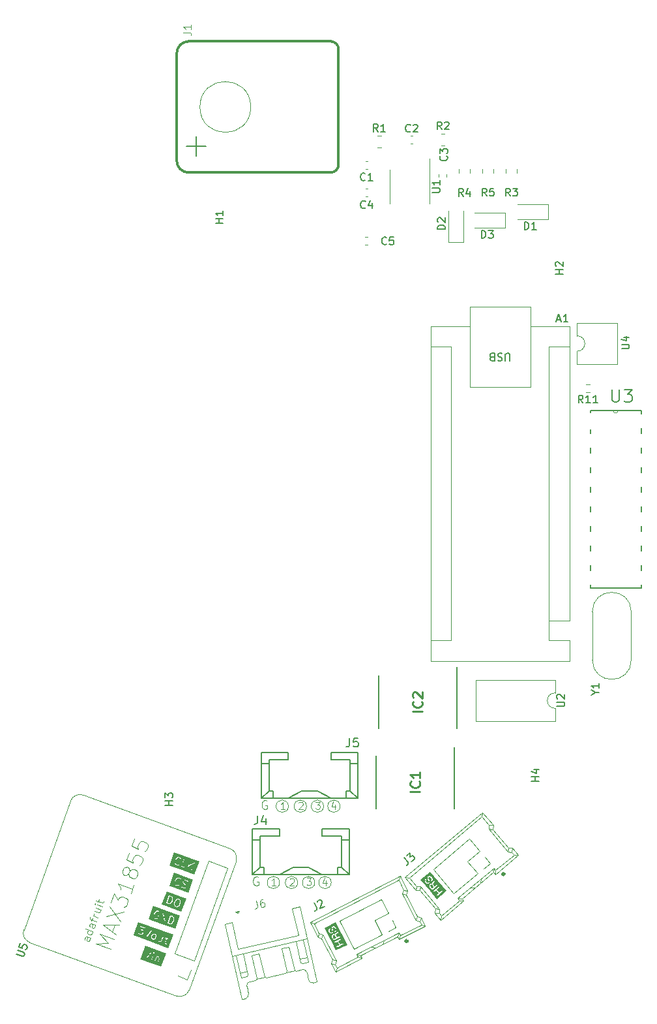
<source format=gbr>
%TF.GenerationSoftware,KiCad,Pcbnew,7.0.1*%
%TF.CreationDate,2023-05-22T07:14:15+09:00*%
%TF.ProjectId,THRControlModuleBoard,54485243-6f6e-4747-926f-6c4d6f64756c,rev?*%
%TF.SameCoordinates,Original*%
%TF.FileFunction,Legend,Top*%
%TF.FilePolarity,Positive*%
%FSLAX46Y46*%
G04 Gerber Fmt 4.6, Leading zero omitted, Abs format (unit mm)*
G04 Created by KiCad (PCBNEW 7.0.1) date 2023-05-22 07:14:15*
%MOMM*%
%LPD*%
G01*
G04 APERTURE LIST*
%ADD10C,0.150000*%
%ADD11C,0.254000*%
%ADD12C,0.100000*%
%ADD13C,0.127000*%
%ADD14C,0.081280*%
%ADD15C,0.101600*%
%ADD16C,0.120000*%
%ADD17C,0.200000*%
%ADD18C,0.300000*%
%ADD19C,0.050800*%
%ADD20C,0.152400*%
G04 APERTURE END LIST*
D10*
%TO.C,U1*%
X137114619Y-52443904D02*
X137924142Y-52443904D01*
X137924142Y-52443904D02*
X138019380Y-52396285D01*
X138019380Y-52396285D02*
X138067000Y-52348666D01*
X138067000Y-52348666D02*
X138114619Y-52253428D01*
X138114619Y-52253428D02*
X138114619Y-52062952D01*
X138114619Y-52062952D02*
X138067000Y-51967714D01*
X138067000Y-51967714D02*
X138019380Y-51920095D01*
X138019380Y-51920095D02*
X137924142Y-51872476D01*
X137924142Y-51872476D02*
X137114619Y-51872476D01*
X138114619Y-50872476D02*
X138114619Y-51443904D01*
X138114619Y-51158190D02*
X137114619Y-51158190D01*
X137114619Y-51158190D02*
X137257476Y-51253428D01*
X137257476Y-51253428D02*
X137352714Y-51348666D01*
X137352714Y-51348666D02*
X137400333Y-51443904D01*
%TO.C,A1*%
X153335714Y-68926904D02*
X153811904Y-68926904D01*
X153240476Y-69212619D02*
X153573809Y-68212619D01*
X153573809Y-68212619D02*
X153907142Y-69212619D01*
X154764285Y-69212619D02*
X154192857Y-69212619D01*
X154478571Y-69212619D02*
X154478571Y-68212619D01*
X154478571Y-68212619D02*
X154383333Y-68355476D01*
X154383333Y-68355476D02*
X154288095Y-68450714D01*
X154288095Y-68450714D02*
X154192857Y-68498333D01*
X147201904Y-74277380D02*
X147201904Y-73467857D01*
X147201904Y-73467857D02*
X147154285Y-73372619D01*
X147154285Y-73372619D02*
X147106666Y-73325000D01*
X147106666Y-73325000D02*
X147011428Y-73277380D01*
X147011428Y-73277380D02*
X146820952Y-73277380D01*
X146820952Y-73277380D02*
X146725714Y-73325000D01*
X146725714Y-73325000D02*
X146678095Y-73372619D01*
X146678095Y-73372619D02*
X146630476Y-73467857D01*
X146630476Y-73467857D02*
X146630476Y-74277380D01*
X146201904Y-73325000D02*
X146059047Y-73277380D01*
X146059047Y-73277380D02*
X145820952Y-73277380D01*
X145820952Y-73277380D02*
X145725714Y-73325000D01*
X145725714Y-73325000D02*
X145678095Y-73372619D01*
X145678095Y-73372619D02*
X145630476Y-73467857D01*
X145630476Y-73467857D02*
X145630476Y-73563095D01*
X145630476Y-73563095D02*
X145678095Y-73658333D01*
X145678095Y-73658333D02*
X145725714Y-73705952D01*
X145725714Y-73705952D02*
X145820952Y-73753571D01*
X145820952Y-73753571D02*
X146011428Y-73801190D01*
X146011428Y-73801190D02*
X146106666Y-73848809D01*
X146106666Y-73848809D02*
X146154285Y-73896428D01*
X146154285Y-73896428D02*
X146201904Y-73991666D01*
X146201904Y-73991666D02*
X146201904Y-74086904D01*
X146201904Y-74086904D02*
X146154285Y-74182142D01*
X146154285Y-74182142D02*
X146106666Y-74229761D01*
X146106666Y-74229761D02*
X146011428Y-74277380D01*
X146011428Y-74277380D02*
X145773333Y-74277380D01*
X145773333Y-74277380D02*
X145630476Y-74229761D01*
X144868571Y-73801190D02*
X144725714Y-73753571D01*
X144725714Y-73753571D02*
X144678095Y-73705952D01*
X144678095Y-73705952D02*
X144630476Y-73610714D01*
X144630476Y-73610714D02*
X144630476Y-73467857D01*
X144630476Y-73467857D02*
X144678095Y-73372619D01*
X144678095Y-73372619D02*
X144725714Y-73325000D01*
X144725714Y-73325000D02*
X144820952Y-73277380D01*
X144820952Y-73277380D02*
X145201904Y-73277380D01*
X145201904Y-73277380D02*
X145201904Y-74277380D01*
X145201904Y-74277380D02*
X144868571Y-74277380D01*
X144868571Y-74277380D02*
X144773333Y-74229761D01*
X144773333Y-74229761D02*
X144725714Y-74182142D01*
X144725714Y-74182142D02*
X144678095Y-74086904D01*
X144678095Y-74086904D02*
X144678095Y-73991666D01*
X144678095Y-73991666D02*
X144725714Y-73896428D01*
X144725714Y-73896428D02*
X144773333Y-73848809D01*
X144773333Y-73848809D02*
X144868571Y-73801190D01*
X144868571Y-73801190D02*
X145201904Y-73801190D01*
D11*
%TO.C,IC2*%
X135837526Y-119789762D02*
X134567526Y-119789762D01*
X135716573Y-118459285D02*
X135777050Y-118519761D01*
X135777050Y-118519761D02*
X135837526Y-118701190D01*
X135837526Y-118701190D02*
X135837526Y-118822142D01*
X135837526Y-118822142D02*
X135777050Y-119003571D01*
X135777050Y-119003571D02*
X135656097Y-119124523D01*
X135656097Y-119124523D02*
X135535145Y-119185000D01*
X135535145Y-119185000D02*
X135293240Y-119245476D01*
X135293240Y-119245476D02*
X135111811Y-119245476D01*
X135111811Y-119245476D02*
X134869907Y-119185000D01*
X134869907Y-119185000D02*
X134748954Y-119124523D01*
X134748954Y-119124523D02*
X134628002Y-119003571D01*
X134628002Y-119003571D02*
X134567526Y-118822142D01*
X134567526Y-118822142D02*
X134567526Y-118701190D01*
X134567526Y-118701190D02*
X134628002Y-118519761D01*
X134628002Y-118519761D02*
X134688478Y-118459285D01*
X134688478Y-117975476D02*
X134628002Y-117915000D01*
X134628002Y-117915000D02*
X134567526Y-117794047D01*
X134567526Y-117794047D02*
X134567526Y-117491666D01*
X134567526Y-117491666D02*
X134628002Y-117370714D01*
X134628002Y-117370714D02*
X134688478Y-117310238D01*
X134688478Y-117310238D02*
X134809430Y-117249761D01*
X134809430Y-117249761D02*
X134930383Y-117249761D01*
X134930383Y-117249761D02*
X135111811Y-117310238D01*
X135111811Y-117310238D02*
X135837526Y-118035952D01*
X135837526Y-118035952D02*
X135837526Y-117249761D01*
D10*
%TO.C,J2*%
X121782995Y-144604658D02*
X122107274Y-145241091D01*
X122107274Y-145241091D02*
X122129701Y-145389996D01*
X122129701Y-145389996D02*
X122088081Y-145518091D01*
X122088081Y-145518091D02*
X121982413Y-145625376D01*
X121982413Y-145625376D02*
X121897555Y-145668613D01*
X122208093Y-144494948D02*
X122228903Y-144430901D01*
X122228903Y-144430901D02*
X122292142Y-144345235D01*
X122292142Y-144345235D02*
X122504287Y-144237142D01*
X122504287Y-144237142D02*
X122610763Y-144236333D01*
X122610763Y-144236333D02*
X122674810Y-144257144D01*
X122674810Y-144257144D02*
X122760476Y-144320383D01*
X122760476Y-144320383D02*
X122803714Y-144405240D01*
X122803714Y-144405240D02*
X122826141Y-144554146D01*
X122826141Y-144554146D02*
X122576417Y-145322715D01*
X122576417Y-145322715D02*
X123127993Y-145041674D01*
D12*
G36*
X124397060Y-148791307D02*
G01*
X124409132Y-148793576D01*
X124420800Y-148797084D01*
X124432062Y-148801829D01*
X124439403Y-148805747D01*
X124450394Y-148812855D01*
X124461362Y-148821439D01*
X124468661Y-148827982D01*
X124475950Y-148835182D01*
X124483228Y-148843038D01*
X124490496Y-148851550D01*
X124497754Y-148860719D01*
X124505001Y-148870544D01*
X124512238Y-148881025D01*
X124519464Y-148892162D01*
X124526680Y-148903956D01*
X124533886Y-148916406D01*
X124541081Y-148929513D01*
X124548266Y-148943276D01*
X124654382Y-149151540D01*
X124361898Y-149300568D01*
X124255782Y-149092304D01*
X124252087Y-149084975D01*
X124245106Y-149070659D01*
X124238668Y-149056798D01*
X124232775Y-149043392D01*
X124227427Y-149030441D01*
X124222623Y-149017944D01*
X124218364Y-149005903D01*
X124214649Y-148994317D01*
X124211479Y-148983186D01*
X124208853Y-148972510D01*
X124206772Y-148962288D01*
X124205235Y-148952522D01*
X124203951Y-148938726D01*
X124203892Y-148925953D01*
X124205057Y-148914204D01*
X124206466Y-148906781D01*
X124209571Y-148895952D01*
X124213865Y-148885491D01*
X124219348Y-148875397D01*
X124226021Y-148865671D01*
X124233883Y-148856311D01*
X124242935Y-148847319D01*
X124253175Y-148838694D01*
X124264606Y-148830437D01*
X124272887Y-148825136D01*
X124281696Y-148819999D01*
X124291035Y-148815024D01*
X124301200Y-148810074D01*
X124311185Y-148805674D01*
X124320990Y-148801823D01*
X124330615Y-148798523D01*
X124344715Y-148794605D01*
X124358409Y-148791924D01*
X124371698Y-148790480D01*
X124384581Y-148790275D01*
X124397060Y-148791307D01*
G37*
G36*
X126070053Y-150045348D02*
G01*
X124615016Y-150786726D01*
X124045494Y-149668975D01*
X124409262Y-149668975D01*
X124471689Y-149791496D01*
X124833812Y-149606986D01*
X125070882Y-150072261D01*
X124708759Y-150256772D01*
X124770854Y-150378641D01*
X125662234Y-149924460D01*
X125600139Y-149802592D01*
X125182305Y-150015489D01*
X124945235Y-149550213D01*
X125363069Y-149337316D01*
X125300641Y-149214795D01*
X124409262Y-149668975D01*
X124045494Y-149668975D01*
X123667441Y-148927005D01*
X124065804Y-148927005D01*
X124066241Y-148937220D01*
X124067120Y-148947545D01*
X124068440Y-148957978D01*
X124070202Y-148968521D01*
X124072404Y-148979173D01*
X124075047Y-148989935D01*
X124078132Y-149000805D01*
X124081828Y-149012346D01*
X124085220Y-149021843D01*
X124089143Y-149032062D01*
X124093598Y-149043003D01*
X124098585Y-149054665D01*
X124104103Y-149067050D01*
X124110153Y-149080156D01*
X124114482Y-149089294D01*
X124119047Y-149098753D01*
X124123848Y-149108533D01*
X124128885Y-149118634D01*
X124134159Y-149129055D01*
X124311351Y-149476815D01*
X125202731Y-149022635D01*
X125141301Y-148902072D01*
X124765250Y-149093679D01*
X124664678Y-148896296D01*
X124660643Y-148888312D01*
X124653015Y-148872833D01*
X124645978Y-148858005D01*
X124639532Y-148843829D01*
X124633678Y-148830305D01*
X124628415Y-148817432D01*
X124623743Y-148805212D01*
X124619662Y-148793643D01*
X124616172Y-148782726D01*
X124613274Y-148772460D01*
X124610035Y-148758284D01*
X124608126Y-148745574D01*
X124607548Y-148734331D01*
X124608846Y-148721621D01*
X124611307Y-148713000D01*
X124616653Y-148701362D01*
X124622208Y-148692524D01*
X124629090Y-148683595D01*
X124637298Y-148674572D01*
X124646833Y-148665457D01*
X124657693Y-148656250D01*
X124665670Y-148650060D01*
X124674236Y-148643829D01*
X124683392Y-148637556D01*
X124693136Y-148631243D01*
X124703471Y-148624888D01*
X124814170Y-148559164D01*
X124817652Y-148557390D01*
X124823002Y-148554120D01*
X124833304Y-148547709D01*
X124843075Y-148541466D01*
X124852316Y-148535393D01*
X124861027Y-148529490D01*
X124873099Y-148520953D01*
X124883977Y-148512798D01*
X124893662Y-148505024D01*
X124902154Y-148497632D01*
X124909453Y-148490622D01*
X124917328Y-148481868D01*
X124923081Y-148473792D01*
X124851450Y-148333208D01*
X124827077Y-148345627D01*
X124826656Y-148353000D01*
X124824577Y-148363091D01*
X124820762Y-148372913D01*
X124815209Y-148382466D01*
X124809066Y-148390440D01*
X124801264Y-148398556D01*
X124793328Y-148405623D01*
X124784086Y-148412967D01*
X124775754Y-148419042D01*
X124766587Y-148425293D01*
X124756585Y-148431722D01*
X124745747Y-148438327D01*
X124606351Y-148522511D01*
X124596422Y-148528509D01*
X124586942Y-148534443D01*
X124577911Y-148540313D01*
X124569330Y-148546120D01*
X124561198Y-148551862D01*
X124549842Y-148560355D01*
X124539497Y-148568704D01*
X124530163Y-148576910D01*
X124521839Y-148584971D01*
X124514526Y-148592888D01*
X124508224Y-148600662D01*
X124501394Y-148610802D01*
X124495968Y-148621152D01*
X124491664Y-148632122D01*
X124488480Y-148643711D01*
X124486417Y-148655919D01*
X124485475Y-148668748D01*
X124485504Y-148678775D01*
X124486164Y-148689152D01*
X124487454Y-148699877D01*
X124489374Y-148710950D01*
X124481782Y-148705272D01*
X124470300Y-148697370D01*
X124458707Y-148690203D01*
X124447002Y-148683773D01*
X124435186Y-148678079D01*
X124423258Y-148673121D01*
X124411219Y-148668900D01*
X124399068Y-148665415D01*
X124386806Y-148662666D01*
X124374432Y-148660653D01*
X124361946Y-148659377D01*
X124357740Y-148659108D01*
X124345067Y-148658790D01*
X124332309Y-148659204D01*
X124319466Y-148660350D01*
X124306539Y-148662228D01*
X124293527Y-148664839D01*
X124280430Y-148668182D01*
X124267248Y-148672257D01*
X124253982Y-148677064D01*
X124240631Y-148682603D01*
X124231683Y-148686703D01*
X124222698Y-148691128D01*
X124213503Y-148695959D01*
X124204579Y-148700943D01*
X124195925Y-148706080D01*
X124187543Y-148711371D01*
X124175476Y-148719594D01*
X124164020Y-148728162D01*
X124153172Y-148737075D01*
X124142934Y-148746332D01*
X124133305Y-148755935D01*
X124124286Y-148765882D01*
X124115876Y-148776174D01*
X124108076Y-148786811D01*
X124103187Y-148794063D01*
X124096416Y-148805160D01*
X124090319Y-148816521D01*
X124084896Y-148828145D01*
X124080147Y-148840033D01*
X124076072Y-148852185D01*
X124072671Y-148864601D01*
X124069944Y-148877280D01*
X124067891Y-148890223D01*
X124066512Y-148903429D01*
X124065807Y-148916900D01*
X124065804Y-148925953D01*
X124065804Y-148927005D01*
X123667441Y-148927005D01*
X123281711Y-148169968D01*
X123652773Y-148169968D01*
X123653612Y-148186704D01*
X123655315Y-148203626D01*
X123657882Y-148220735D01*
X123661313Y-148238032D01*
X123665609Y-148255516D01*
X123670769Y-148273186D01*
X123676792Y-148291045D01*
X123683680Y-148309090D01*
X123687449Y-148318183D01*
X123691433Y-148327322D01*
X123695633Y-148336508D01*
X123700049Y-148345742D01*
X123704681Y-148355022D01*
X123709360Y-148364028D01*
X123714125Y-148372848D01*
X123718976Y-148381482D01*
X123723912Y-148389930D01*
X123734041Y-148406269D01*
X123744512Y-148421863D01*
X123755326Y-148436712D01*
X123766483Y-148450818D01*
X123777982Y-148464180D01*
X123789824Y-148476797D01*
X123802008Y-148488670D01*
X123814534Y-148499799D01*
X123827404Y-148510184D01*
X123840615Y-148519824D01*
X123854170Y-148528720D01*
X123868066Y-148536873D01*
X123882306Y-148544281D01*
X123896888Y-148550944D01*
X123911625Y-148556813D01*
X123926386Y-148561806D01*
X123941170Y-148565924D01*
X123955977Y-148569168D01*
X123970807Y-148571536D01*
X123985661Y-148573030D01*
X124000538Y-148573649D01*
X124015438Y-148573393D01*
X124030361Y-148572262D01*
X124045308Y-148570256D01*
X124060278Y-148567375D01*
X124075271Y-148563620D01*
X124090287Y-148558989D01*
X124105326Y-148553484D01*
X124120389Y-148547104D01*
X124135475Y-148539849D01*
X124147506Y-148533429D01*
X124158952Y-148526730D01*
X124169815Y-148519749D01*
X124180093Y-148512489D01*
X124189788Y-148504947D01*
X124198898Y-148497125D01*
X124207424Y-148489022D01*
X124215365Y-148480639D01*
X124222723Y-148471975D01*
X124229497Y-148463031D01*
X124235686Y-148453806D01*
X124241292Y-148444300D01*
X124246313Y-148434514D01*
X124250750Y-148424447D01*
X124254603Y-148414100D01*
X124257872Y-148403472D01*
X124259275Y-148397978D01*
X124261652Y-148386295D01*
X124263458Y-148373682D01*
X124264692Y-148360140D01*
X124265353Y-148345668D01*
X124265443Y-148330268D01*
X124264960Y-148313938D01*
X124263906Y-148296679D01*
X124262280Y-148278490D01*
X124260081Y-148259372D01*
X124258768Y-148249465D01*
X124257311Y-148239326D01*
X124255711Y-148228954D01*
X124253969Y-148218349D01*
X124252083Y-148207513D01*
X124250054Y-148196444D01*
X124247883Y-148185143D01*
X124245568Y-148173609D01*
X124243110Y-148161844D01*
X124240510Y-148149845D01*
X124237766Y-148137615D01*
X124234880Y-148125152D01*
X124231850Y-148112457D01*
X124231022Y-148109124D01*
X124228569Y-148099588D01*
X124225886Y-148089455D01*
X124222019Y-148073953D01*
X124218466Y-148058846D01*
X124215228Y-148044133D01*
X124212305Y-148029815D01*
X124209696Y-148015891D01*
X124207401Y-148002361D01*
X124205421Y-147989226D01*
X124203755Y-147976486D01*
X124202404Y-147964139D01*
X124201368Y-147952188D01*
X124200645Y-147940630D01*
X124200238Y-147929468D01*
X124200144Y-147918699D01*
X124200366Y-147908325D01*
X124201751Y-147888760D01*
X124204395Y-147870773D01*
X124208297Y-147854364D01*
X124213456Y-147839533D01*
X124219874Y-147826279D01*
X124227549Y-147814603D01*
X124236482Y-147804504D01*
X124246674Y-147795984D01*
X124258123Y-147789041D01*
X124262558Y-147786855D01*
X124275875Y-147781178D01*
X124289209Y-147776822D01*
X124302562Y-147773786D01*
X124315932Y-147772072D01*
X124329319Y-147771678D01*
X124342725Y-147772606D01*
X124356148Y-147774854D01*
X124369589Y-147778423D01*
X124383047Y-147783313D01*
X124392029Y-147787307D01*
X124401020Y-147791888D01*
X124409900Y-147797005D01*
X124418636Y-147802632D01*
X124427228Y-147808769D01*
X124435674Y-147815417D01*
X124443977Y-147822576D01*
X124452134Y-147830245D01*
X124460147Y-147838425D01*
X124468016Y-147847115D01*
X124475739Y-147856316D01*
X124483319Y-147866028D01*
X124490753Y-147876250D01*
X124498043Y-147886982D01*
X124505188Y-147898225D01*
X124512189Y-147909979D01*
X124519045Y-147922243D01*
X124525757Y-147935018D01*
X124532174Y-147948125D01*
X124538011Y-147961112D01*
X124543267Y-147973980D01*
X124547941Y-147986728D01*
X124552034Y-147999357D01*
X124555546Y-148011867D01*
X124558477Y-148024258D01*
X124560826Y-148036529D01*
X124562594Y-148048681D01*
X124563781Y-148060713D01*
X124564387Y-148072626D01*
X124564412Y-148084420D01*
X124563855Y-148096095D01*
X124562718Y-148107650D01*
X124560999Y-148119086D01*
X124558699Y-148130402D01*
X124555844Y-148141492D01*
X124552461Y-148152247D01*
X124548549Y-148162666D01*
X124544110Y-148172752D01*
X124539142Y-148182502D01*
X124533646Y-148191918D01*
X124527622Y-148200998D01*
X124521070Y-148209745D01*
X124513989Y-148218156D01*
X124506380Y-148226232D01*
X124498243Y-148233974D01*
X124489578Y-148241381D01*
X124480385Y-148248453D01*
X124470663Y-148255190D01*
X124460413Y-148261593D01*
X124449635Y-148267661D01*
X124509512Y-148385177D01*
X124518437Y-148379994D01*
X124527144Y-148374716D01*
X124535633Y-148369342D01*
X124543904Y-148363871D01*
X124559791Y-148352642D01*
X124574805Y-148341029D01*
X124588947Y-148329032D01*
X124602216Y-148316650D01*
X124614613Y-148303884D01*
X124626138Y-148290734D01*
X124636790Y-148277200D01*
X124646569Y-148263281D01*
X124655476Y-148248979D01*
X124663510Y-148234292D01*
X124670672Y-148219221D01*
X124676961Y-148203765D01*
X124682378Y-148187925D01*
X124686923Y-148171702D01*
X124690564Y-148155135D01*
X124693300Y-148138320D01*
X124695130Y-148121259D01*
X124696055Y-148103950D01*
X124696074Y-148086393D01*
X124695187Y-148068589D01*
X124693395Y-148050537D01*
X124690697Y-148032239D01*
X124687094Y-148013692D01*
X124682585Y-147994898D01*
X124679991Y-147985409D01*
X124677171Y-147975857D01*
X124674124Y-147966244D01*
X124670850Y-147956569D01*
X124667351Y-147946832D01*
X124663625Y-147937033D01*
X124659672Y-147927172D01*
X124655493Y-147917249D01*
X124651088Y-147907265D01*
X124646456Y-147897218D01*
X124641598Y-147887110D01*
X124636514Y-147876940D01*
X124631435Y-147867152D01*
X124626276Y-147857567D01*
X124621037Y-147848182D01*
X124615717Y-147839000D01*
X124610317Y-147830019D01*
X124604837Y-147821239D01*
X124599276Y-147812661D01*
X124593635Y-147804285D01*
X124587913Y-147796110D01*
X124582111Y-147788137D01*
X124570266Y-147772795D01*
X124558099Y-147758260D01*
X124545611Y-147744531D01*
X124532801Y-147731608D01*
X124519669Y-147719492D01*
X124506216Y-147708182D01*
X124492441Y-147697678D01*
X124478345Y-147687981D01*
X124463927Y-147679090D01*
X124449188Y-147671005D01*
X124434127Y-147663726D01*
X124418862Y-147657330D01*
X124403566Y-147651864D01*
X124388239Y-147647329D01*
X124372880Y-147643724D01*
X124357490Y-147641049D01*
X124342069Y-147639305D01*
X124326616Y-147638492D01*
X124311132Y-147638608D01*
X124295617Y-147639655D01*
X124280070Y-147641633D01*
X124264492Y-147644541D01*
X124248883Y-147648379D01*
X124233242Y-147653148D01*
X124217570Y-147658847D01*
X124201867Y-147665477D01*
X124186132Y-147673037D01*
X124182900Y-147674707D01*
X124173433Y-147679880D01*
X124164307Y-147685298D01*
X124155523Y-147690962D01*
X124147081Y-147696870D01*
X124138980Y-147703024D01*
X124131222Y-147709423D01*
X124123804Y-147716066D01*
X124116729Y-147722955D01*
X124109995Y-147730089D01*
X124101549Y-147739983D01*
X124093738Y-147750259D01*
X124086592Y-147760864D01*
X124080111Y-147771799D01*
X124074295Y-147783063D01*
X124069143Y-147794657D01*
X124064656Y-147806580D01*
X124060834Y-147818833D01*
X124057676Y-147831415D01*
X124055350Y-147844884D01*
X124054340Y-147854788D01*
X124053762Y-147865430D01*
X124053616Y-147876812D01*
X124053903Y-147888933D01*
X124054622Y-147901793D01*
X124055773Y-147915392D01*
X124057356Y-147929730D01*
X124059372Y-147944808D01*
X124061820Y-147960624D01*
X124064700Y-147977180D01*
X124068013Y-147994475D01*
X124071758Y-148012509D01*
X124075935Y-148031282D01*
X124078186Y-148040946D01*
X124080545Y-148050795D01*
X124083012Y-148060828D01*
X124084079Y-148065613D01*
X124086507Y-148075220D01*
X124087452Y-148079071D01*
X124089933Y-148089226D01*
X124092370Y-148099234D01*
X124095092Y-148110446D01*
X124097578Y-148120709D01*
X124100263Y-148131807D01*
X124104036Y-148147070D01*
X124107486Y-148161952D01*
X124110614Y-148176452D01*
X124113419Y-148190571D01*
X124115903Y-148204309D01*
X124118064Y-148217665D01*
X124119903Y-148230640D01*
X124121419Y-148243234D01*
X124122614Y-148255446D01*
X124123486Y-148267277D01*
X124124035Y-148278726D01*
X124124263Y-148289794D01*
X124124168Y-148300481D01*
X124123751Y-148310787D01*
X124121950Y-148330253D01*
X124118860Y-148348195D01*
X124114481Y-148364611D01*
X124108813Y-148379501D01*
X124101856Y-148392866D01*
X124093610Y-148404706D01*
X124084074Y-148415020D01*
X124073250Y-148423808D01*
X124061136Y-148431072D01*
X124053158Y-148434874D01*
X124041160Y-148439604D01*
X124029127Y-148443166D01*
X124017059Y-148445562D01*
X124004954Y-148446791D01*
X123992814Y-148446852D01*
X123980638Y-148445746D01*
X123968426Y-148443474D01*
X123956179Y-148440034D01*
X123943895Y-148435426D01*
X123931576Y-148429652D01*
X123927477Y-148427465D01*
X123915417Y-148420256D01*
X123903715Y-148412075D01*
X123892370Y-148402921D01*
X123885005Y-148396279D01*
X123877799Y-148389204D01*
X123870752Y-148381697D01*
X123863864Y-148373758D01*
X123857135Y-148365386D01*
X123850565Y-148356583D01*
X123844153Y-148347347D01*
X123837900Y-148337680D01*
X123831807Y-148327580D01*
X123825872Y-148317048D01*
X123820096Y-148306083D01*
X123814275Y-148294206D01*
X123808983Y-148282458D01*
X123804219Y-148270838D01*
X123799984Y-148259348D01*
X123796276Y-148247987D01*
X123793098Y-148236755D01*
X123790447Y-148225653D01*
X123788325Y-148214679D01*
X123786732Y-148203835D01*
X123785666Y-148193119D01*
X123785129Y-148182533D01*
X123785121Y-148172076D01*
X123785641Y-148161748D01*
X123786689Y-148151549D01*
X123788265Y-148141479D01*
X123790370Y-148131538D01*
X123792957Y-148121759D01*
X123796061Y-148112200D01*
X123799681Y-148102862D01*
X123803819Y-148093744D01*
X123808474Y-148084847D01*
X123813646Y-148076170D01*
X123819336Y-148067714D01*
X123825542Y-148059478D01*
X123832266Y-148051463D01*
X123839506Y-148043669D01*
X123847264Y-148036094D01*
X123855539Y-148028741D01*
X123864331Y-148021608D01*
X123873640Y-148014695D01*
X123883466Y-148008003D01*
X123893809Y-148001532D01*
X123833833Y-147885436D01*
X123817282Y-147894489D01*
X123801518Y-147903966D01*
X123786543Y-147913868D01*
X123772357Y-147924196D01*
X123758959Y-147934948D01*
X123746349Y-147946125D01*
X123734527Y-147957727D01*
X123723494Y-147969754D01*
X123713249Y-147982207D01*
X123703792Y-147995084D01*
X123695124Y-148008386D01*
X123687244Y-148022113D01*
X123680152Y-148036265D01*
X123673849Y-148050842D01*
X123668334Y-148065844D01*
X123663607Y-148081271D01*
X123661542Y-148089100D01*
X123658060Y-148104899D01*
X123655442Y-148120886D01*
X123653688Y-148137060D01*
X123652799Y-148153420D01*
X123652773Y-148169968D01*
X123281711Y-148169968D01*
X123134152Y-147880367D01*
X124589190Y-147138989D01*
X126070053Y-150045348D01*
G37*
D10*
%TO.C,J3*%
X133501961Y-138749874D02*
X133961095Y-139297049D01*
X133961095Y-139297049D02*
X134016444Y-139437093D01*
X134016444Y-139437093D02*
X134004705Y-139571267D01*
X134004705Y-139571267D02*
X133925879Y-139699572D01*
X133925879Y-139699572D02*
X133852923Y-139760790D01*
X133793788Y-138505003D02*
X134268006Y-138107087D01*
X134268006Y-138107087D02*
X134257529Y-138613176D01*
X134257529Y-138613176D02*
X134366964Y-138521349D01*
X134366964Y-138521349D02*
X134470530Y-138496609D01*
X134470530Y-138496609D02*
X134537617Y-138502479D01*
X134537617Y-138502479D02*
X134635313Y-138544826D01*
X134635313Y-138544826D02*
X134788358Y-138727218D01*
X134788358Y-138727218D02*
X134813097Y-138830783D01*
X134813097Y-138830783D02*
X134807228Y-138897871D01*
X134807228Y-138897871D02*
X134764880Y-138995567D01*
X134764880Y-138995567D02*
X134546011Y-139179220D01*
X134546011Y-139179220D02*
X134442445Y-139203960D01*
X134442445Y-139203960D02*
X134375358Y-139198091D01*
D12*
G36*
X137057280Y-142233853D02*
G01*
X137069321Y-142235943D01*
X137077355Y-142238109D01*
X137089664Y-142242562D01*
X137102282Y-142248459D01*
X137110866Y-142253193D01*
X137119587Y-142258569D01*
X137128446Y-142264586D01*
X137137443Y-142271245D01*
X137146577Y-142278546D01*
X137155848Y-142286489D01*
X137165257Y-142295074D01*
X137174804Y-142304300D01*
X137184488Y-142314168D01*
X137194310Y-142324679D01*
X137204269Y-142335831D01*
X137214366Y-142347625D01*
X137364611Y-142526680D01*
X137113148Y-142737683D01*
X136962902Y-142558628D01*
X136957653Y-142552318D01*
X136947630Y-142539939D01*
X136938240Y-142527881D01*
X136929482Y-142516144D01*
X136921358Y-142504728D01*
X136913866Y-142493633D01*
X136907007Y-142482859D01*
X136900781Y-142472405D01*
X136895188Y-142462272D01*
X136890228Y-142452460D01*
X136885901Y-142442969D01*
X136882206Y-142433799D01*
X136877851Y-142420645D01*
X136874920Y-142408213D01*
X136873414Y-142396503D01*
X136873117Y-142388953D01*
X136873706Y-142377704D01*
X136875536Y-142366545D01*
X136878608Y-142355476D01*
X136882922Y-142344498D01*
X136888477Y-142333610D01*
X136895274Y-142322812D01*
X136903312Y-142312105D01*
X136912592Y-142301488D01*
X136919469Y-142294460D01*
X136926897Y-142287472D01*
X136934877Y-142280524D01*
X136943668Y-142273414D01*
X136952407Y-142266881D01*
X136961095Y-142260923D01*
X136969731Y-142255543D01*
X136982587Y-142248553D01*
X136995328Y-142242860D01*
X137007951Y-142238464D01*
X137020458Y-142235366D01*
X137032849Y-142233564D01*
X137045123Y-142233060D01*
X137057280Y-142233853D01*
G37*
G36*
X138945062Y-143079123D02*
G01*
X137694090Y-144128812D01*
X136819062Y-143085994D01*
X137242171Y-143085994D01*
X137330559Y-143191331D01*
X137641895Y-142930090D01*
X137977553Y-143330111D01*
X137666217Y-143591353D01*
X137754135Y-143696130D01*
X138520501Y-143053073D01*
X138432583Y-142948296D01*
X138073349Y-143249729D01*
X137737691Y-142849707D01*
X138096925Y-142548275D01*
X138008536Y-142442937D01*
X137242171Y-143085994D01*
X136819062Y-143085994D01*
X136224943Y-142377951D01*
X136733262Y-142377951D01*
X136733427Y-142388953D01*
X136733457Y-142390919D01*
X136734368Y-142403992D01*
X136735995Y-142417170D01*
X136738339Y-142430454D01*
X136740609Y-142440301D01*
X136743333Y-142450156D01*
X136746512Y-142460018D01*
X136750145Y-142469887D01*
X136754233Y-142479764D01*
X136758775Y-142489648D01*
X136763771Y-142499539D01*
X136769222Y-142509437D01*
X136775419Y-142519850D01*
X136780861Y-142528341D01*
X136786982Y-142537415D01*
X136793785Y-142547073D01*
X136801267Y-142557315D01*
X136809430Y-142568141D01*
X136818273Y-142579550D01*
X136824546Y-142587481D01*
X136831122Y-142595670D01*
X136838000Y-142604120D01*
X136845180Y-142612828D01*
X136852663Y-142621796D01*
X137103543Y-142920784D01*
X137869908Y-142277727D01*
X137782932Y-142174073D01*
X137459622Y-142445362D01*
X137317226Y-142275662D01*
X137311498Y-142268790D01*
X137300583Y-142255423D01*
X137290391Y-142242559D01*
X137280922Y-142230196D01*
X137272175Y-142218335D01*
X137264151Y-142206977D01*
X137256850Y-142196120D01*
X137250271Y-142185766D01*
X137244415Y-142175914D01*
X137239282Y-142166563D01*
X137232937Y-142153479D01*
X137228218Y-142141525D01*
X137225126Y-142130700D01*
X137223531Y-142118024D01*
X137223990Y-142109070D01*
X137226580Y-142096527D01*
X137230006Y-142086667D01*
X137234703Y-142076417D01*
X137240671Y-142065780D01*
X137247910Y-142054754D01*
X137256421Y-142043339D01*
X137262801Y-142035513D01*
X137269746Y-142027515D01*
X137277256Y-142019344D01*
X137285331Y-142011000D01*
X137293971Y-142002484D01*
X137387048Y-141913542D01*
X137390042Y-141911030D01*
X137394519Y-141906641D01*
X137403114Y-141898076D01*
X137411231Y-141889796D01*
X137418869Y-141881800D01*
X137426029Y-141874088D01*
X137435871Y-141863055D01*
X137444636Y-141852661D01*
X137452324Y-141842908D01*
X137458936Y-141833795D01*
X137464470Y-141825322D01*
X137470174Y-141815021D01*
X137473963Y-141805858D01*
X137372544Y-141684991D01*
X137351589Y-141702575D01*
X137352837Y-141709853D01*
X137353082Y-141720153D01*
X137351573Y-141730582D01*
X137348311Y-141741139D01*
X137344120Y-141750290D01*
X137338344Y-141759953D01*
X137332201Y-141768625D01*
X137324848Y-141777860D01*
X137318096Y-141785653D01*
X137310570Y-141793806D01*
X137302270Y-141802320D01*
X137293197Y-141811194D01*
X137176310Y-141924577D01*
X137167985Y-141932655D01*
X137160083Y-141940570D01*
X137152604Y-141948321D01*
X137145549Y-141955909D01*
X137138917Y-141963333D01*
X137129763Y-141974164D01*
X137121561Y-141984626D01*
X137114312Y-141994721D01*
X137108015Y-142004448D01*
X137102670Y-142013807D01*
X137098279Y-142022799D01*
X137093905Y-142034216D01*
X137090946Y-142045521D01*
X137089219Y-142057178D01*
X137088724Y-142069186D01*
X137089460Y-142081546D01*
X137091428Y-142094257D01*
X137093712Y-142104022D01*
X137096689Y-142113984D01*
X137100359Y-142124143D01*
X137104721Y-142134501D01*
X137096046Y-142130677D01*
X137083081Y-142125559D01*
X137070173Y-142121185D01*
X137057322Y-142117552D01*
X137044527Y-142114662D01*
X137031790Y-142112515D01*
X137019110Y-142111110D01*
X137006486Y-142110447D01*
X136993920Y-142110527D01*
X136981410Y-142111350D01*
X136968957Y-142112915D01*
X136964799Y-142113599D01*
X136952379Y-142116140D01*
X136940041Y-142119413D01*
X136927785Y-142123419D01*
X136915612Y-142128157D01*
X136903520Y-142133628D01*
X136891511Y-142139831D01*
X136879584Y-142146767D01*
X136867739Y-142154435D01*
X136855976Y-142162836D01*
X136848180Y-142168843D01*
X136840421Y-142175176D01*
X136832548Y-142181951D01*
X136824974Y-142188815D01*
X136817698Y-142195767D01*
X136810720Y-142202808D01*
X136800813Y-142213535D01*
X136791577Y-142224460D01*
X136783013Y-142235585D01*
X136775120Y-142246908D01*
X136767898Y-142258431D01*
X136761347Y-142270152D01*
X136755468Y-142282072D01*
X136750260Y-142294192D01*
X136747128Y-142302357D01*
X136743027Y-142314693D01*
X136739642Y-142327134D01*
X136736973Y-142339680D01*
X136735019Y-142352332D01*
X136733783Y-142365089D01*
X136733262Y-142377951D01*
X136224943Y-142377951D01*
X135668502Y-141714811D01*
X136158221Y-141714811D01*
X136158382Y-141730988D01*
X136159427Y-141747154D01*
X136161357Y-141763308D01*
X136164170Y-141779449D01*
X136167868Y-141795579D01*
X136172450Y-141811696D01*
X136177916Y-141827802D01*
X136184266Y-141843895D01*
X136191500Y-141859977D01*
X136199618Y-141876046D01*
X136208621Y-141892104D01*
X136218508Y-141908149D01*
X136229278Y-141924182D01*
X136234995Y-141932194D01*
X136240933Y-141940203D01*
X136247092Y-141948209D01*
X136253472Y-141956212D01*
X136260073Y-141964212D01*
X136266659Y-141971935D01*
X136273285Y-141979458D01*
X136279954Y-141986780D01*
X136286664Y-141993901D01*
X136300208Y-142007542D01*
X136313919Y-142020380D01*
X136327797Y-142032417D01*
X136341840Y-142043651D01*
X136356050Y-142054084D01*
X136370427Y-142063714D01*
X136384970Y-142072542D01*
X136399679Y-142080568D01*
X136414554Y-142087791D01*
X136429596Y-142094213D01*
X136444804Y-142099832D01*
X136460178Y-142104649D01*
X136475719Y-142108664D01*
X136491426Y-142111877D01*
X136507106Y-142114279D01*
X136522612Y-142115824D01*
X136537943Y-142116511D01*
X136553101Y-142116341D01*
X136568084Y-142115313D01*
X136582893Y-142113427D01*
X136597528Y-142110683D01*
X136611988Y-142107082D01*
X136626275Y-142102623D01*
X136640387Y-142097306D01*
X136654325Y-142091132D01*
X136668089Y-142084100D01*
X136681679Y-142076210D01*
X136695094Y-142067463D01*
X136708336Y-142057858D01*
X136721403Y-142047395D01*
X136731681Y-142038434D01*
X136741327Y-142029331D01*
X136750341Y-142020086D01*
X136758723Y-142010699D01*
X136766472Y-142001170D01*
X136773589Y-141991499D01*
X136780074Y-141981686D01*
X136785926Y-141971732D01*
X136791147Y-141961635D01*
X136795735Y-141951396D01*
X136799690Y-141941015D01*
X136803014Y-141930492D01*
X136805705Y-141919827D01*
X136807764Y-141909020D01*
X136809190Y-141898071D01*
X136809984Y-141886980D01*
X136810116Y-141881312D01*
X136809804Y-141869393D01*
X136808726Y-141856697D01*
X136806882Y-141843225D01*
X136804271Y-141828975D01*
X136800894Y-141813949D01*
X136796751Y-141798146D01*
X136791841Y-141781567D01*
X136786165Y-141764210D01*
X136779722Y-141746077D01*
X136776213Y-141736719D01*
X136772513Y-141727167D01*
X136768621Y-141717421D01*
X136764538Y-141707480D01*
X136760263Y-141697346D01*
X136755796Y-141687017D01*
X136751138Y-141676494D01*
X136746288Y-141665777D01*
X136741247Y-141654865D01*
X136736014Y-141643760D01*
X136730589Y-141632460D01*
X136724973Y-141620966D01*
X136719165Y-141609278D01*
X136717609Y-141606216D01*
X136713074Y-141597476D01*
X136708180Y-141588206D01*
X136700925Y-141573972D01*
X136694065Y-141560051D01*
X136687600Y-141546444D01*
X136681531Y-141533150D01*
X136675857Y-141520170D01*
X136670577Y-141507503D01*
X136665693Y-141495151D01*
X136661204Y-141483111D01*
X136657110Y-141471385D01*
X136653412Y-141459973D01*
X136650108Y-141448875D01*
X136647200Y-141438089D01*
X136644686Y-141427618D01*
X136642568Y-141417460D01*
X136639518Y-141398085D01*
X136638047Y-141379964D01*
X136638158Y-141363098D01*
X136639849Y-141347486D01*
X136643120Y-141333128D01*
X136647972Y-141320025D01*
X136654405Y-141308176D01*
X136662418Y-141297581D01*
X136672012Y-141288240D01*
X136675842Y-141285113D01*
X136687540Y-141276586D01*
X136699553Y-141269342D01*
X136711880Y-141263380D01*
X136724522Y-141258702D01*
X136737478Y-141255307D01*
X136750749Y-141253196D01*
X136764334Y-141252367D01*
X136778233Y-141252821D01*
X136792446Y-141254558D01*
X136802097Y-141256429D01*
X136811887Y-141258870D01*
X136821691Y-141261858D01*
X136831469Y-141265375D01*
X136841221Y-141269423D01*
X136850947Y-141274000D01*
X136860646Y-141279108D01*
X136870320Y-141284746D01*
X136879968Y-141290913D01*
X136889589Y-141297611D01*
X136899185Y-141304838D01*
X136908754Y-141312596D01*
X136918298Y-141320884D01*
X136927815Y-141329701D01*
X136937307Y-141339049D01*
X136946772Y-141348927D01*
X136956211Y-141359334D01*
X136965624Y-141370272D01*
X136974826Y-141381599D01*
X136983435Y-141392940D01*
X136991450Y-141404296D01*
X136998872Y-141415666D01*
X137005701Y-141427051D01*
X137011937Y-141438450D01*
X137017580Y-141449864D01*
X137022630Y-141461292D01*
X137027086Y-141472735D01*
X137030950Y-141484192D01*
X137034220Y-141495663D01*
X137036897Y-141507149D01*
X137038981Y-141518650D01*
X137040472Y-141530165D01*
X137041369Y-141541694D01*
X137041674Y-141553238D01*
X137041387Y-141564686D01*
X137040510Y-141575926D01*
X137039043Y-141586958D01*
X137036986Y-141597784D01*
X137034339Y-141608402D01*
X137031102Y-141618812D01*
X137027275Y-141629016D01*
X137022858Y-141639011D01*
X137017851Y-141648800D01*
X137012254Y-141658381D01*
X137006067Y-141667755D01*
X136999290Y-141676921D01*
X136991923Y-141685880D01*
X136983966Y-141694632D01*
X136975419Y-141703176D01*
X136966282Y-141711513D01*
X137051060Y-141812547D01*
X137058590Y-141805490D01*
X137065887Y-141798388D01*
X137072949Y-141791242D01*
X137079777Y-141784052D01*
X137092731Y-141769537D01*
X137104748Y-141754844D01*
X137115829Y-141739972D01*
X137125973Y-141724923D01*
X137135180Y-141709696D01*
X137143451Y-141694290D01*
X137150786Y-141678707D01*
X137157183Y-141662945D01*
X137162645Y-141647005D01*
X137167169Y-141630887D01*
X137170757Y-141614591D01*
X137173409Y-141598117D01*
X137175124Y-141581465D01*
X137175902Y-141564635D01*
X137175723Y-141547673D01*
X137174607Y-141530675D01*
X137172552Y-141513638D01*
X137169559Y-141496565D01*
X137165628Y-141479454D01*
X137160759Y-141462306D01*
X137154953Y-141445120D01*
X137148208Y-141427897D01*
X137140525Y-141410637D01*
X137131903Y-141393339D01*
X137127241Y-141384676D01*
X137122344Y-141376004D01*
X137117213Y-141367322D01*
X137111847Y-141358631D01*
X137106247Y-141349931D01*
X137100412Y-141341221D01*
X137094343Y-141332502D01*
X137088039Y-141323774D01*
X137081500Y-141315036D01*
X137074727Y-141306289D01*
X137067720Y-141297533D01*
X137060478Y-141288767D01*
X137053328Y-141280373D01*
X137046145Y-141272193D01*
X137038929Y-141264228D01*
X137031680Y-141256478D01*
X137024398Y-141248941D01*
X137017083Y-141241620D01*
X137009735Y-141234513D01*
X137002354Y-141227620D01*
X136994940Y-141220942D01*
X136987493Y-141214478D01*
X136972501Y-141202194D01*
X136957376Y-141190768D01*
X136942119Y-141180201D01*
X136926731Y-141170491D01*
X136911210Y-141161639D01*
X136895558Y-141153645D01*
X136879773Y-141146509D01*
X136863857Y-141140231D01*
X136847808Y-141134811D01*
X136831628Y-141130249D01*
X136815316Y-141126546D01*
X136799004Y-141123747D01*
X136782870Y-141121862D01*
X136766915Y-141120891D01*
X136751139Y-141120833D01*
X136735542Y-141121689D01*
X136720124Y-141123459D01*
X136704884Y-141126142D01*
X136689823Y-141129739D01*
X136674941Y-141134249D01*
X136660238Y-141139674D01*
X136645713Y-141146011D01*
X136631367Y-141153263D01*
X136617200Y-141161428D01*
X136603212Y-141170506D01*
X136589402Y-141180498D01*
X136575771Y-141191404D01*
X136572998Y-141193758D01*
X136564937Y-141200929D01*
X136557264Y-141208261D01*
X136549979Y-141215755D01*
X136543082Y-141223411D01*
X136536574Y-141231229D01*
X136530453Y-141239209D01*
X136524721Y-141247351D01*
X136519376Y-141255655D01*
X136514420Y-141264121D01*
X136508415Y-141275661D01*
X136503117Y-141287431D01*
X136498539Y-141299372D01*
X136494684Y-141311484D01*
X136491551Y-141323768D01*
X136489139Y-141336224D01*
X136487449Y-141348851D01*
X136486481Y-141361649D01*
X136486235Y-141374619D01*
X136486999Y-141388267D01*
X136488242Y-141398143D01*
X136490073Y-141408643D01*
X136492491Y-141419766D01*
X136495497Y-141431512D01*
X136499090Y-141443880D01*
X136503271Y-141456872D01*
X136508039Y-141470487D01*
X136513395Y-141484724D01*
X136519339Y-141499585D01*
X136525869Y-141515068D01*
X136532988Y-141531175D01*
X136540693Y-141547904D01*
X136548987Y-141565257D01*
X136553354Y-141574166D01*
X136557867Y-141583232D01*
X136562528Y-141592453D01*
X136564644Y-141596875D01*
X136569171Y-141605690D01*
X136570958Y-141609230D01*
X136575660Y-141618566D01*
X136580286Y-141627770D01*
X136585460Y-141638082D01*
X136590191Y-141647522D01*
X136595304Y-141657732D01*
X136602413Y-141671756D01*
X136609123Y-141685480D01*
X136615432Y-141698905D01*
X136621342Y-141712031D01*
X136626852Y-141724858D01*
X136631962Y-141737386D01*
X136636673Y-141749614D01*
X136640984Y-141761544D01*
X136644894Y-141773175D01*
X136648405Y-141784506D01*
X136651517Y-141795538D01*
X136654228Y-141806272D01*
X136656540Y-141816706D01*
X136658452Y-141826841D01*
X136661076Y-141846214D01*
X136662101Y-141864391D01*
X136661527Y-141881371D01*
X136659354Y-141897155D01*
X136655581Y-141911742D01*
X136650210Y-141925133D01*
X136643239Y-141937328D01*
X136634669Y-141948327D01*
X136624500Y-141958129D01*
X136617581Y-141963628D01*
X136606955Y-141970935D01*
X136596032Y-141977114D01*
X136584812Y-141982163D01*
X136573294Y-141986083D01*
X136561478Y-141988874D01*
X136549366Y-141990535D01*
X136536956Y-141991068D01*
X136524248Y-141990471D01*
X136511243Y-141988745D01*
X136497941Y-141985890D01*
X136493455Y-141984681D01*
X136480083Y-141980370D01*
X136466840Y-141975031D01*
X136453727Y-141968664D01*
X136445056Y-141963848D01*
X136436444Y-141958576D01*
X136427889Y-141952846D01*
X136419391Y-141946660D01*
X136410951Y-141940017D01*
X136402569Y-141932917D01*
X136394244Y-141925361D01*
X136385977Y-141917347D01*
X136377767Y-141908877D01*
X136369615Y-141899950D01*
X136361521Y-141890566D01*
X136353178Y-141880302D01*
X136345378Y-141870046D01*
X136338123Y-141859796D01*
X136331411Y-141849553D01*
X136325243Y-141839317D01*
X136319619Y-141829088D01*
X136314539Y-141818866D01*
X136310003Y-141808651D01*
X136306011Y-141798443D01*
X136302563Y-141788242D01*
X136299658Y-141778048D01*
X136297297Y-141767860D01*
X136295481Y-141757680D01*
X136294208Y-141747507D01*
X136293478Y-141737340D01*
X136293293Y-141727181D01*
X136293614Y-141717071D01*
X136294488Y-141707059D01*
X136295915Y-141697145D01*
X136297896Y-141687330D01*
X136300430Y-141677614D01*
X136303518Y-141667996D01*
X136307159Y-141658477D01*
X136311354Y-141649056D01*
X136316102Y-141639734D01*
X136321403Y-141630510D01*
X136327258Y-141621385D01*
X136333667Y-141612359D01*
X136340629Y-141603431D01*
X136348144Y-141594601D01*
X136356213Y-141585870D01*
X136364836Y-141577238D01*
X136280281Y-141477610D01*
X136266190Y-141490154D01*
X136252963Y-141502934D01*
X136240599Y-141515951D01*
X136229100Y-141529205D01*
X136218463Y-141542696D01*
X136208691Y-141556423D01*
X136199782Y-141570387D01*
X136191737Y-141584588D01*
X136184556Y-141599025D01*
X136178239Y-141613700D01*
X136172785Y-141628611D01*
X136168195Y-141643759D01*
X136164468Y-141659143D01*
X136161606Y-141674765D01*
X136159607Y-141690623D01*
X136158472Y-141706717D01*
X136158221Y-141714811D01*
X135668502Y-141714811D01*
X135597392Y-141630065D01*
X136848364Y-140580375D01*
X138945062Y-143079123D01*
G37*
D10*
%TO.C,C2*%
X134289333Y-44523380D02*
X134241714Y-44571000D01*
X134241714Y-44571000D02*
X134098857Y-44618619D01*
X134098857Y-44618619D02*
X134003619Y-44618619D01*
X134003619Y-44618619D02*
X133860762Y-44571000D01*
X133860762Y-44571000D02*
X133765524Y-44475761D01*
X133765524Y-44475761D02*
X133717905Y-44380523D01*
X133717905Y-44380523D02*
X133670286Y-44190047D01*
X133670286Y-44190047D02*
X133670286Y-44047190D01*
X133670286Y-44047190D02*
X133717905Y-43856714D01*
X133717905Y-43856714D02*
X133765524Y-43761476D01*
X133765524Y-43761476D02*
X133860762Y-43666238D01*
X133860762Y-43666238D02*
X134003619Y-43618619D01*
X134003619Y-43618619D02*
X134098857Y-43618619D01*
X134098857Y-43618619D02*
X134241714Y-43666238D01*
X134241714Y-43666238D02*
X134289333Y-43713857D01*
X134670286Y-43713857D02*
X134717905Y-43666238D01*
X134717905Y-43666238D02*
X134813143Y-43618619D01*
X134813143Y-43618619D02*
X135051238Y-43618619D01*
X135051238Y-43618619D02*
X135146476Y-43666238D01*
X135146476Y-43666238D02*
X135194095Y-43713857D01*
X135194095Y-43713857D02*
X135241714Y-43809095D01*
X135241714Y-43809095D02*
X135241714Y-43904333D01*
X135241714Y-43904333D02*
X135194095Y-44047190D01*
X135194095Y-44047190D02*
X134622667Y-44618619D01*
X134622667Y-44618619D02*
X135241714Y-44618619D01*
%TO.C,D3*%
X143511905Y-58374619D02*
X143511905Y-57374619D01*
X143511905Y-57374619D02*
X143750000Y-57374619D01*
X143750000Y-57374619D02*
X143892857Y-57422238D01*
X143892857Y-57422238D02*
X143988095Y-57517476D01*
X143988095Y-57517476D02*
X144035714Y-57612714D01*
X144035714Y-57612714D02*
X144083333Y-57803190D01*
X144083333Y-57803190D02*
X144083333Y-57946047D01*
X144083333Y-57946047D02*
X144035714Y-58136523D01*
X144035714Y-58136523D02*
X143988095Y-58231761D01*
X143988095Y-58231761D02*
X143892857Y-58327000D01*
X143892857Y-58327000D02*
X143750000Y-58374619D01*
X143750000Y-58374619D02*
X143511905Y-58374619D01*
X144416667Y-57374619D02*
X145035714Y-57374619D01*
X145035714Y-57374619D02*
X144702381Y-57755571D01*
X144702381Y-57755571D02*
X144845238Y-57755571D01*
X144845238Y-57755571D02*
X144940476Y-57803190D01*
X144940476Y-57803190D02*
X144988095Y-57850809D01*
X144988095Y-57850809D02*
X145035714Y-57946047D01*
X145035714Y-57946047D02*
X145035714Y-58184142D01*
X145035714Y-58184142D02*
X144988095Y-58279380D01*
X144988095Y-58279380D02*
X144940476Y-58327000D01*
X144940476Y-58327000D02*
X144845238Y-58374619D01*
X144845238Y-58374619D02*
X144559524Y-58374619D01*
X144559524Y-58374619D02*
X144464286Y-58327000D01*
X144464286Y-58327000D02*
X144416667Y-58279380D01*
%TO.C,D1*%
X149103905Y-57262619D02*
X149103905Y-56262619D01*
X149103905Y-56262619D02*
X149342000Y-56262619D01*
X149342000Y-56262619D02*
X149484857Y-56310238D01*
X149484857Y-56310238D02*
X149580095Y-56405476D01*
X149580095Y-56405476D02*
X149627714Y-56500714D01*
X149627714Y-56500714D02*
X149675333Y-56691190D01*
X149675333Y-56691190D02*
X149675333Y-56834047D01*
X149675333Y-56834047D02*
X149627714Y-57024523D01*
X149627714Y-57024523D02*
X149580095Y-57119761D01*
X149580095Y-57119761D02*
X149484857Y-57215000D01*
X149484857Y-57215000D02*
X149342000Y-57262619D01*
X149342000Y-57262619D02*
X149103905Y-57262619D01*
X150627714Y-57262619D02*
X150056286Y-57262619D01*
X150342000Y-57262619D02*
X150342000Y-56262619D01*
X150342000Y-56262619D02*
X150246762Y-56405476D01*
X150246762Y-56405476D02*
X150151524Y-56500714D01*
X150151524Y-56500714D02*
X150056286Y-56548333D01*
%TO.C,H3*%
X103412619Y-131911904D02*
X102412619Y-131911904D01*
X102888809Y-131911904D02*
X102888809Y-131340476D01*
X103412619Y-131340476D02*
X102412619Y-131340476D01*
X102412619Y-130959523D02*
X102412619Y-130340476D01*
X102412619Y-130340476D02*
X102793571Y-130673809D01*
X102793571Y-130673809D02*
X102793571Y-130530952D01*
X102793571Y-130530952D02*
X102841190Y-130435714D01*
X102841190Y-130435714D02*
X102888809Y-130388095D01*
X102888809Y-130388095D02*
X102984047Y-130340476D01*
X102984047Y-130340476D02*
X103222142Y-130340476D01*
X103222142Y-130340476D02*
X103317380Y-130388095D01*
X103317380Y-130388095D02*
X103365000Y-130435714D01*
X103365000Y-130435714D02*
X103412619Y-130530952D01*
X103412619Y-130530952D02*
X103412619Y-130816666D01*
X103412619Y-130816666D02*
X103365000Y-130911904D01*
X103365000Y-130911904D02*
X103317380Y-130959523D01*
%TO.C,R4*%
X141147333Y-52922619D02*
X140814000Y-52446428D01*
X140575905Y-52922619D02*
X140575905Y-51922619D01*
X140575905Y-51922619D02*
X140956857Y-51922619D01*
X140956857Y-51922619D02*
X141052095Y-51970238D01*
X141052095Y-51970238D02*
X141099714Y-52017857D01*
X141099714Y-52017857D02*
X141147333Y-52113095D01*
X141147333Y-52113095D02*
X141147333Y-52255952D01*
X141147333Y-52255952D02*
X141099714Y-52351190D01*
X141099714Y-52351190D02*
X141052095Y-52398809D01*
X141052095Y-52398809D02*
X140956857Y-52446428D01*
X140956857Y-52446428D02*
X140575905Y-52446428D01*
X142004476Y-52255952D02*
X142004476Y-52922619D01*
X141766381Y-51875000D02*
X141528286Y-52589285D01*
X141528286Y-52589285D02*
X142147333Y-52589285D01*
%TO.C,R2*%
X138353333Y-44270619D02*
X138020000Y-43794428D01*
X137781905Y-44270619D02*
X137781905Y-43270619D01*
X137781905Y-43270619D02*
X138162857Y-43270619D01*
X138162857Y-43270619D02*
X138258095Y-43318238D01*
X138258095Y-43318238D02*
X138305714Y-43365857D01*
X138305714Y-43365857D02*
X138353333Y-43461095D01*
X138353333Y-43461095D02*
X138353333Y-43603952D01*
X138353333Y-43603952D02*
X138305714Y-43699190D01*
X138305714Y-43699190D02*
X138258095Y-43746809D01*
X138258095Y-43746809D02*
X138162857Y-43794428D01*
X138162857Y-43794428D02*
X137781905Y-43794428D01*
X138734286Y-43365857D02*
X138781905Y-43318238D01*
X138781905Y-43318238D02*
X138877143Y-43270619D01*
X138877143Y-43270619D02*
X139115238Y-43270619D01*
X139115238Y-43270619D02*
X139210476Y-43318238D01*
X139210476Y-43318238D02*
X139258095Y-43365857D01*
X139258095Y-43365857D02*
X139305714Y-43461095D01*
X139305714Y-43461095D02*
X139305714Y-43556333D01*
X139305714Y-43556333D02*
X139258095Y-43699190D01*
X139258095Y-43699190D02*
X138686667Y-44270619D01*
X138686667Y-44270619D02*
X139305714Y-44270619D01*
%TO.C,U2*%
X153312619Y-119121904D02*
X154122142Y-119121904D01*
X154122142Y-119121904D02*
X154217380Y-119074285D01*
X154217380Y-119074285D02*
X154265000Y-119026666D01*
X154265000Y-119026666D02*
X154312619Y-118931428D01*
X154312619Y-118931428D02*
X154312619Y-118740952D01*
X154312619Y-118740952D02*
X154265000Y-118645714D01*
X154265000Y-118645714D02*
X154217380Y-118598095D01*
X154217380Y-118598095D02*
X154122142Y-118550476D01*
X154122142Y-118550476D02*
X153312619Y-118550476D01*
X153407857Y-118121904D02*
X153360238Y-118074285D01*
X153360238Y-118074285D02*
X153312619Y-117979047D01*
X153312619Y-117979047D02*
X153312619Y-117740952D01*
X153312619Y-117740952D02*
X153360238Y-117645714D01*
X153360238Y-117645714D02*
X153407857Y-117598095D01*
X153407857Y-117598095D02*
X153503095Y-117550476D01*
X153503095Y-117550476D02*
X153598333Y-117550476D01*
X153598333Y-117550476D02*
X153741190Y-117598095D01*
X153741190Y-117598095D02*
X154312619Y-118169523D01*
X154312619Y-118169523D02*
X154312619Y-117550476D01*
D13*
%TO.C,J5*%
X126398714Y-123217118D02*
X126398714Y-124033547D01*
X126398714Y-124033547D02*
X126344285Y-124196832D01*
X126344285Y-124196832D02*
X126235428Y-124305690D01*
X126235428Y-124305690D02*
X126072142Y-124360118D01*
X126072142Y-124360118D02*
X125963285Y-124360118D01*
X127487285Y-123217118D02*
X126942999Y-123217118D01*
X126942999Y-123217118D02*
X126888571Y-123761404D01*
X126888571Y-123761404D02*
X126942999Y-123706975D01*
X126942999Y-123706975D02*
X127051857Y-123652547D01*
X127051857Y-123652547D02*
X127323999Y-123652547D01*
X127323999Y-123652547D02*
X127432857Y-123706975D01*
X127432857Y-123706975D02*
X127487285Y-123761404D01*
X127487285Y-123761404D02*
X127541714Y-123870261D01*
X127541714Y-123870261D02*
X127541714Y-124142404D01*
X127541714Y-124142404D02*
X127487285Y-124251261D01*
X127487285Y-124251261D02*
X127432857Y-124305690D01*
X127432857Y-124305690D02*
X127323999Y-124360118D01*
X127323999Y-124360118D02*
X127051857Y-124360118D01*
X127051857Y-124360118D02*
X126942999Y-124305690D01*
X126942999Y-124305690D02*
X126888571Y-124251261D01*
D14*
X117975167Y-132453608D02*
X117441041Y-132453608D01*
X117708104Y-132453608D02*
X117708104Y-131518888D01*
X117708104Y-131518888D02*
X117619083Y-131652419D01*
X117619083Y-131652419D02*
X117530062Y-131741440D01*
X117530062Y-131741440D02*
X117441041Y-131785951D01*
X119790541Y-131607909D02*
X119835052Y-131563398D01*
X119835052Y-131563398D02*
X119924073Y-131518888D01*
X119924073Y-131518888D02*
X120146625Y-131518888D01*
X120146625Y-131518888D02*
X120235646Y-131563398D01*
X120235646Y-131563398D02*
X120280157Y-131607909D01*
X120280157Y-131607909D02*
X120324667Y-131696930D01*
X120324667Y-131696930D02*
X120324667Y-131785951D01*
X120324667Y-131785951D02*
X120280157Y-131919482D01*
X120280157Y-131919482D02*
X119746031Y-132453608D01*
X119746031Y-132453608D02*
X120324667Y-132453608D01*
X124490146Y-131830461D02*
X124490146Y-132453608D01*
X124267594Y-131474378D02*
X124045041Y-132142035D01*
X124045041Y-132142035D02*
X124623678Y-132142035D01*
X121968531Y-131487188D02*
X122547167Y-131487188D01*
X122547167Y-131487188D02*
X122235594Y-131843272D01*
X122235594Y-131843272D02*
X122369125Y-131843272D01*
X122369125Y-131843272D02*
X122458146Y-131887782D01*
X122458146Y-131887782D02*
X122502657Y-131932293D01*
X122502657Y-131932293D02*
X122547167Y-132021314D01*
X122547167Y-132021314D02*
X122547167Y-132243866D01*
X122547167Y-132243866D02*
X122502657Y-132332887D01*
X122502657Y-132332887D02*
X122458146Y-132377398D01*
X122458146Y-132377398D02*
X122369125Y-132421908D01*
X122369125Y-132421908D02*
X122102062Y-132421908D01*
X122102062Y-132421908D02*
X122013041Y-132377398D01*
X122013041Y-132377398D02*
X121968531Y-132332887D01*
D15*
X115645209Y-131359248D02*
X115533933Y-131303610D01*
X115533933Y-131303610D02*
X115367019Y-131303610D01*
X115367019Y-131303610D02*
X115200104Y-131359248D01*
X115200104Y-131359248D02*
X115088828Y-131470524D01*
X115088828Y-131470524D02*
X115033190Y-131581800D01*
X115033190Y-131581800D02*
X114977552Y-131804352D01*
X114977552Y-131804352D02*
X114977552Y-131971267D01*
X114977552Y-131971267D02*
X115033190Y-132193819D01*
X115033190Y-132193819D02*
X115088828Y-132305095D01*
X115088828Y-132305095D02*
X115200104Y-132416372D01*
X115200104Y-132416372D02*
X115367019Y-132472010D01*
X115367019Y-132472010D02*
X115478295Y-132472010D01*
X115478295Y-132472010D02*
X115645209Y-132416372D01*
X115645209Y-132416372D02*
X115700847Y-132360733D01*
X115700847Y-132360733D02*
X115700847Y-131971267D01*
X115700847Y-131971267D02*
X115478295Y-131971267D01*
D10*
%TO.C,D2*%
X138812619Y-57230094D02*
X137812619Y-57230094D01*
X137812619Y-57230094D02*
X137812619Y-56991999D01*
X137812619Y-56991999D02*
X137860238Y-56849142D01*
X137860238Y-56849142D02*
X137955476Y-56753904D01*
X137955476Y-56753904D02*
X138050714Y-56706285D01*
X138050714Y-56706285D02*
X138241190Y-56658666D01*
X138241190Y-56658666D02*
X138384047Y-56658666D01*
X138384047Y-56658666D02*
X138574523Y-56706285D01*
X138574523Y-56706285D02*
X138669761Y-56753904D01*
X138669761Y-56753904D02*
X138765000Y-56849142D01*
X138765000Y-56849142D02*
X138812619Y-56991999D01*
X138812619Y-56991999D02*
X138812619Y-57230094D01*
X137907857Y-56277713D02*
X137860238Y-56230094D01*
X137860238Y-56230094D02*
X137812619Y-56134856D01*
X137812619Y-56134856D02*
X137812619Y-55896761D01*
X137812619Y-55896761D02*
X137860238Y-55801523D01*
X137860238Y-55801523D02*
X137907857Y-55753904D01*
X137907857Y-55753904D02*
X138003095Y-55706285D01*
X138003095Y-55706285D02*
X138098333Y-55706285D01*
X138098333Y-55706285D02*
X138241190Y-55753904D01*
X138241190Y-55753904D02*
X138812619Y-56325332D01*
X138812619Y-56325332D02*
X138812619Y-55706285D01*
%TO.C,R5*%
X144195333Y-52906619D02*
X143862000Y-52430428D01*
X143623905Y-52906619D02*
X143623905Y-51906619D01*
X143623905Y-51906619D02*
X144004857Y-51906619D01*
X144004857Y-51906619D02*
X144100095Y-51954238D01*
X144100095Y-51954238D02*
X144147714Y-52001857D01*
X144147714Y-52001857D02*
X144195333Y-52097095D01*
X144195333Y-52097095D02*
X144195333Y-52239952D01*
X144195333Y-52239952D02*
X144147714Y-52335190D01*
X144147714Y-52335190D02*
X144100095Y-52382809D01*
X144100095Y-52382809D02*
X144004857Y-52430428D01*
X144004857Y-52430428D02*
X143623905Y-52430428D01*
X145100095Y-51906619D02*
X144623905Y-51906619D01*
X144623905Y-51906619D02*
X144576286Y-52382809D01*
X144576286Y-52382809D02*
X144623905Y-52335190D01*
X144623905Y-52335190D02*
X144719143Y-52287571D01*
X144719143Y-52287571D02*
X144957238Y-52287571D01*
X144957238Y-52287571D02*
X145052476Y-52335190D01*
X145052476Y-52335190D02*
X145100095Y-52382809D01*
X145100095Y-52382809D02*
X145147714Y-52478047D01*
X145147714Y-52478047D02*
X145147714Y-52716142D01*
X145147714Y-52716142D02*
X145100095Y-52811380D01*
X145100095Y-52811380D02*
X145052476Y-52859000D01*
X145052476Y-52859000D02*
X144957238Y-52906619D01*
X144957238Y-52906619D02*
X144719143Y-52906619D01*
X144719143Y-52906619D02*
X144623905Y-52859000D01*
X144623905Y-52859000D02*
X144576286Y-52811380D01*
D11*
%TO.C,IC1*%
X135537526Y-130189762D02*
X134267526Y-130189762D01*
X135416573Y-128859285D02*
X135477050Y-128919761D01*
X135477050Y-128919761D02*
X135537526Y-129101190D01*
X135537526Y-129101190D02*
X135537526Y-129222142D01*
X135537526Y-129222142D02*
X135477050Y-129403571D01*
X135477050Y-129403571D02*
X135356097Y-129524523D01*
X135356097Y-129524523D02*
X135235145Y-129585000D01*
X135235145Y-129585000D02*
X134993240Y-129645476D01*
X134993240Y-129645476D02*
X134811811Y-129645476D01*
X134811811Y-129645476D02*
X134569907Y-129585000D01*
X134569907Y-129585000D02*
X134448954Y-129524523D01*
X134448954Y-129524523D02*
X134328002Y-129403571D01*
X134328002Y-129403571D02*
X134267526Y-129222142D01*
X134267526Y-129222142D02*
X134267526Y-129101190D01*
X134267526Y-129101190D02*
X134328002Y-128919761D01*
X134328002Y-128919761D02*
X134388478Y-128859285D01*
X135537526Y-127649761D02*
X135537526Y-128375476D01*
X135537526Y-128012619D02*
X134267526Y-128012619D01*
X134267526Y-128012619D02*
X134448954Y-128133571D01*
X134448954Y-128133571D02*
X134569907Y-128254523D01*
X134569907Y-128254523D02*
X134630383Y-128375476D01*
D10*
%TO.C,R1*%
X130083333Y-44562619D02*
X129750000Y-44086428D01*
X129511905Y-44562619D02*
X129511905Y-43562619D01*
X129511905Y-43562619D02*
X129892857Y-43562619D01*
X129892857Y-43562619D02*
X129988095Y-43610238D01*
X129988095Y-43610238D02*
X130035714Y-43657857D01*
X130035714Y-43657857D02*
X130083333Y-43753095D01*
X130083333Y-43753095D02*
X130083333Y-43895952D01*
X130083333Y-43895952D02*
X130035714Y-43991190D01*
X130035714Y-43991190D02*
X129988095Y-44038809D01*
X129988095Y-44038809D02*
X129892857Y-44086428D01*
X129892857Y-44086428D02*
X129511905Y-44086428D01*
X131035714Y-44562619D02*
X130464286Y-44562619D01*
X130750000Y-44562619D02*
X130750000Y-43562619D01*
X130750000Y-43562619D02*
X130654762Y-43705476D01*
X130654762Y-43705476D02*
X130559524Y-43800714D01*
X130559524Y-43800714D02*
X130464286Y-43848333D01*
%TO.C,R3*%
X147243333Y-52906619D02*
X146910000Y-52430428D01*
X146671905Y-52906619D02*
X146671905Y-51906619D01*
X146671905Y-51906619D02*
X147052857Y-51906619D01*
X147052857Y-51906619D02*
X147148095Y-51954238D01*
X147148095Y-51954238D02*
X147195714Y-52001857D01*
X147195714Y-52001857D02*
X147243333Y-52097095D01*
X147243333Y-52097095D02*
X147243333Y-52239952D01*
X147243333Y-52239952D02*
X147195714Y-52335190D01*
X147195714Y-52335190D02*
X147148095Y-52382809D01*
X147148095Y-52382809D02*
X147052857Y-52430428D01*
X147052857Y-52430428D02*
X146671905Y-52430428D01*
X147576667Y-51906619D02*
X148195714Y-51906619D01*
X148195714Y-51906619D02*
X147862381Y-52287571D01*
X147862381Y-52287571D02*
X148005238Y-52287571D01*
X148005238Y-52287571D02*
X148100476Y-52335190D01*
X148100476Y-52335190D02*
X148148095Y-52382809D01*
X148148095Y-52382809D02*
X148195714Y-52478047D01*
X148195714Y-52478047D02*
X148195714Y-52716142D01*
X148195714Y-52716142D02*
X148148095Y-52811380D01*
X148148095Y-52811380D02*
X148100476Y-52859000D01*
X148100476Y-52859000D02*
X148005238Y-52906619D01*
X148005238Y-52906619D02*
X147719524Y-52906619D01*
X147719524Y-52906619D02*
X147624286Y-52859000D01*
X147624286Y-52859000D02*
X147576667Y-52811380D01*
%TO.C,U4*%
X161712619Y-72711904D02*
X162522142Y-72711904D01*
X162522142Y-72711904D02*
X162617380Y-72664285D01*
X162617380Y-72664285D02*
X162665000Y-72616666D01*
X162665000Y-72616666D02*
X162712619Y-72521428D01*
X162712619Y-72521428D02*
X162712619Y-72330952D01*
X162712619Y-72330952D02*
X162665000Y-72235714D01*
X162665000Y-72235714D02*
X162617380Y-72188095D01*
X162617380Y-72188095D02*
X162522142Y-72140476D01*
X162522142Y-72140476D02*
X161712619Y-72140476D01*
X162045952Y-71235714D02*
X162712619Y-71235714D01*
X161665000Y-71473809D02*
X162379285Y-71711904D01*
X162379285Y-71711904D02*
X162379285Y-71092857D01*
%TO.C,H1*%
X109962619Y-56411904D02*
X108962619Y-56411904D01*
X109438809Y-56411904D02*
X109438809Y-55840476D01*
X109962619Y-55840476D02*
X108962619Y-55840476D01*
X109962619Y-54840476D02*
X109962619Y-55411904D01*
X109962619Y-55126190D02*
X108962619Y-55126190D01*
X108962619Y-55126190D02*
X109105476Y-55221428D01*
X109105476Y-55221428D02*
X109200714Y-55316666D01*
X109200714Y-55316666D02*
X109248333Y-55411904D01*
D12*
%TO.C,J6*%
X114235996Y-144323720D02*
X114396675Y-145019699D01*
X114396675Y-145019699D02*
X114382413Y-145169607D01*
X114382413Y-145169607D02*
X114311039Y-145283828D01*
X114311039Y-145283828D02*
X114182556Y-145362362D01*
X114182556Y-145362362D02*
X114089758Y-145383786D01*
X115117569Y-144120193D02*
X114931975Y-144163041D01*
X114931975Y-144163041D02*
X114849890Y-144230863D01*
X114849890Y-144230863D02*
X114814203Y-144287974D01*
X114814203Y-144287974D02*
X114753542Y-144448594D01*
X114753542Y-144448594D02*
X114749991Y-144644900D01*
X114749991Y-144644900D02*
X114835687Y-145016088D01*
X114835687Y-145016088D02*
X114903509Y-145098174D01*
X114903509Y-145098174D02*
X114960620Y-145133860D01*
X114960620Y-145133860D02*
X115064129Y-145158835D01*
X115064129Y-145158835D02*
X115249723Y-145115987D01*
X115249723Y-145115987D02*
X115331808Y-145048165D01*
X115331808Y-145048165D02*
X115367495Y-144991054D01*
X115367495Y-144991054D02*
X115392469Y-144887545D01*
X115392469Y-144887545D02*
X115338910Y-144655552D01*
X115338910Y-144655552D02*
X115271087Y-144573467D01*
X115271087Y-144573467D02*
X115213977Y-144537780D01*
X115213977Y-144537780D02*
X115110468Y-144512806D01*
X115110468Y-144512806D02*
X114924873Y-144555653D01*
X114924873Y-144555653D02*
X114842788Y-144623476D01*
X114842788Y-144623476D02*
X114807101Y-144680586D01*
X114807101Y-144680586D02*
X114782127Y-144784096D01*
D10*
%TO.C,Y1*%
X158336428Y-117326190D02*
X158812619Y-117326190D01*
X157812619Y-117659523D02*
X158336428Y-117326190D01*
X158336428Y-117326190D02*
X157812619Y-116992857D01*
X158812619Y-116135714D02*
X158812619Y-116707142D01*
X158812619Y-116421428D02*
X157812619Y-116421428D01*
X157812619Y-116421428D02*
X157955476Y-116516666D01*
X157955476Y-116516666D02*
X158050714Y-116611904D01*
X158050714Y-116611904D02*
X158098333Y-116707142D01*
%TO.C,H4*%
X151012619Y-128811904D02*
X150012619Y-128811904D01*
X150488809Y-128811904D02*
X150488809Y-128240476D01*
X151012619Y-128240476D02*
X150012619Y-128240476D01*
X150345952Y-127335714D02*
X151012619Y-127335714D01*
X149965000Y-127573809D02*
X150679285Y-127811904D01*
X150679285Y-127811904D02*
X150679285Y-127192857D01*
%TO.C,U5*%
X83087574Y-151274446D02*
X83848277Y-151551319D01*
X83848277Y-151551319D02*
X83954059Y-151539145D01*
X83954059Y-151539145D02*
X84015093Y-151510685D01*
X84015093Y-151510685D02*
X84092413Y-151437477D01*
X84092413Y-151437477D02*
X84157560Y-151258488D01*
X84157560Y-151258488D02*
X84145386Y-151152706D01*
X84145386Y-151152706D02*
X84116925Y-151091673D01*
X84116925Y-151091673D02*
X84043717Y-151014352D01*
X84043717Y-151014352D02*
X83283014Y-150737478D01*
X83608747Y-149842533D02*
X83445881Y-150290006D01*
X83445881Y-150290006D02*
X83877067Y-150497620D01*
X83877067Y-150497620D02*
X83848606Y-150436586D01*
X83848606Y-150436586D02*
X83836432Y-150330805D01*
X83836432Y-150330805D02*
X83917865Y-150107068D01*
X83917865Y-150107068D02*
X83995186Y-150033860D01*
X83995186Y-150033860D02*
X84056220Y-150005400D01*
X84056220Y-150005400D02*
X84162001Y-149993226D01*
X84162001Y-149993226D02*
X84385738Y-150074659D01*
X84385738Y-150074659D02*
X84458945Y-150151980D01*
X84458945Y-150151980D02*
X84487406Y-150213014D01*
X84487406Y-150213014D02*
X84499580Y-150318795D01*
X84499580Y-150318795D02*
X84418147Y-150542531D01*
X84418147Y-150542531D02*
X84340826Y-150615739D01*
X84340826Y-150615739D02*
X84279792Y-150644200D01*
D12*
G36*
X103358672Y-146397040D02*
G01*
X103461026Y-146478267D01*
X103509529Y-146582282D01*
X103520148Y-146674550D01*
X103500958Y-146858243D01*
X103456308Y-146980920D01*
X103352929Y-147133975D01*
X103285489Y-147197828D01*
X103181471Y-147246332D01*
X103050852Y-147242763D01*
X102881726Y-147181206D01*
X103189544Y-146335484D01*
X103358672Y-146397040D01*
G37*
G36*
X104341609Y-146254131D02*
G01*
X103713758Y-147979138D01*
X101574240Y-147200417D01*
X102766634Y-147200417D01*
X102767514Y-147211486D01*
X102766810Y-147222570D01*
X102768660Y-147225895D01*
X102768962Y-147229687D01*
X102775684Y-147238520D01*
X102781086Y-147248229D01*
X102784440Y-147250026D01*
X102786744Y-147253053D01*
X102797174Y-147256849D01*
X102806968Y-147262097D01*
X102810762Y-147261795D01*
X103018387Y-147337365D01*
X103025336Y-147342104D01*
X103039081Y-147342479D01*
X103052857Y-147343355D01*
X103053712Y-147342879D01*
X103187852Y-147346544D01*
X103199731Y-147348156D01*
X103208989Y-147343838D01*
X103218871Y-147341228D01*
X103222061Y-147337743D01*
X103329425Y-147287678D01*
X103337690Y-147286116D01*
X103347686Y-147276651D01*
X103358034Y-147267540D01*
X103358301Y-147266600D01*
X103419203Y-147208937D01*
X103424511Y-147206659D01*
X103429656Y-147199040D01*
X103430892Y-147197871D01*
X103433668Y-147193101D01*
X103538016Y-147038609D01*
X103543151Y-147034702D01*
X103546067Y-147026689D01*
X103546646Y-147025833D01*
X103548523Y-147019942D01*
X103594218Y-146894395D01*
X103598252Y-146889360D01*
X103599137Y-146880881D01*
X103599492Y-146879908D01*
X103599884Y-146873734D01*
X103619251Y-146688340D01*
X103621799Y-146683155D01*
X103620747Y-146674019D01*
X103620924Y-146672331D01*
X103619929Y-146666911D01*
X103608662Y-146569017D01*
X103609794Y-146560681D01*
X103603971Y-146548193D01*
X103598604Y-146535506D01*
X103597797Y-146534955D01*
X103547804Y-146427743D01*
X103543934Y-146416398D01*
X103535931Y-146410047D01*
X103529178Y-146402377D01*
X103524633Y-146401081D01*
X103419390Y-146317562D01*
X103414295Y-146310868D01*
X103401362Y-146306160D01*
X103388581Y-146300978D01*
X103387619Y-146301158D01*
X103180122Y-146225636D01*
X103170334Y-146220392D01*
X103159268Y-146221271D01*
X103148181Y-146220567D01*
X103144854Y-146222417D01*
X103141064Y-146222719D01*
X103132231Y-146229441D01*
X103122522Y-146234843D01*
X103120724Y-146238198D01*
X103117697Y-146240502D01*
X103113899Y-146250934D01*
X103108654Y-146260725D01*
X103108955Y-146264518D01*
X102771879Y-147190626D01*
X102766634Y-147200417D01*
X101574240Y-147200417D01*
X100650667Y-146864264D01*
X101782370Y-146864264D01*
X101796646Y-146889923D01*
X101822528Y-146903791D01*
X101851798Y-146901463D01*
X101875164Y-146883681D01*
X102157810Y-146107115D01*
X102319896Y-147050905D01*
X102319337Y-147059704D01*
X102325841Y-147071394D01*
X102331730Y-147083410D01*
X102332930Y-147084135D01*
X102333613Y-147085363D01*
X102345416Y-147091687D01*
X102356856Y-147098606D01*
X102358257Y-147098567D01*
X102359495Y-147099231D01*
X102372836Y-147098169D01*
X102386208Y-147097805D01*
X102387367Y-147097014D01*
X102388765Y-147096903D01*
X102399407Y-147088803D01*
X102410467Y-147081262D01*
X102411014Y-147079970D01*
X102412131Y-147079121D01*
X102416708Y-147066545D01*
X102421931Y-147054230D01*
X102421693Y-147052847D01*
X102761633Y-146118875D01*
X102763020Y-146097051D01*
X102748744Y-146071391D01*
X102722862Y-146057524D01*
X102693592Y-146059851D01*
X102670226Y-146077634D01*
X102387578Y-146854199D01*
X102225492Y-145910409D01*
X102226052Y-145901611D01*
X102219549Y-145889923D01*
X102213659Y-145877904D01*
X102212457Y-145877177D01*
X102211776Y-145875952D01*
X102199985Y-145869634D01*
X102188533Y-145862709D01*
X102187130Y-145862747D01*
X102185894Y-145862085D01*
X102172573Y-145863143D01*
X102159181Y-145863509D01*
X102158019Y-145864301D01*
X102156624Y-145864412D01*
X102145995Y-145872500D01*
X102134922Y-145880052D01*
X102134373Y-145881345D01*
X102133257Y-145882195D01*
X102128677Y-145894776D01*
X102123458Y-145907085D01*
X102123695Y-145908465D01*
X101783757Y-146842439D01*
X101782370Y-146864264D01*
X100650667Y-146864264D01*
X100252557Y-146719364D01*
X100413143Y-146278159D01*
X100923591Y-146278159D01*
X100924642Y-146287294D01*
X100924466Y-146288983D01*
X100925460Y-146294402D01*
X100936727Y-146392296D01*
X100935596Y-146400633D01*
X100941418Y-146413120D01*
X100946786Y-146425808D01*
X100947592Y-146426358D01*
X100997585Y-146533570D01*
X101001456Y-146544916D01*
X101009460Y-146551267D01*
X101016212Y-146558936D01*
X101020754Y-146560230D01*
X101126001Y-146643753D01*
X101131095Y-146650446D01*
X101144025Y-146655152D01*
X101156809Y-146660336D01*
X101157769Y-146660155D01*
X101228497Y-146685898D01*
X101235446Y-146690637D01*
X101249193Y-146691012D01*
X101262967Y-146691888D01*
X101263821Y-146691412D01*
X101397961Y-146695078D01*
X101409841Y-146696690D01*
X101419101Y-146692371D01*
X101428980Y-146689762D01*
X101432169Y-146686277D01*
X101476005Y-146665836D01*
X101481646Y-146665388D01*
X101489047Y-146659754D01*
X101490697Y-146658986D01*
X101494763Y-146655405D01*
X101505012Y-146647606D01*
X101505667Y-146645803D01*
X101507110Y-146644534D01*
X101510648Y-146632121D01*
X101622817Y-146323939D01*
X101628062Y-146314151D01*
X101627182Y-146303085D01*
X101627887Y-146291997D01*
X101626036Y-146288670D01*
X101625735Y-146284881D01*
X101619015Y-146276052D01*
X101613611Y-146266338D01*
X101610253Y-146264539D01*
X101607952Y-146261515D01*
X101597526Y-146257720D01*
X101587729Y-146252471D01*
X101583933Y-146252772D01*
X101408412Y-146188887D01*
X101386587Y-146187500D01*
X101360928Y-146201776D01*
X101347060Y-146227658D01*
X101349388Y-146256928D01*
X101367170Y-146280294D01*
X101512970Y-146333361D01*
X101423147Y-146580146D01*
X101391580Y-146594866D01*
X101260962Y-146591297D01*
X101186717Y-146564273D01*
X101084364Y-146483048D01*
X101035860Y-146379031D01*
X101025241Y-146286762D01*
X101044430Y-146103069D01*
X101089080Y-145980394D01*
X101192457Y-145827340D01*
X101259900Y-145763485D01*
X101363918Y-145714981D01*
X101494536Y-145718550D01*
X101610062Y-145760599D01*
X101680098Y-145834569D01*
X101698998Y-145845570D01*
X101728333Y-145844276D01*
X101752311Y-145827328D01*
X101763319Y-145800107D01*
X101757863Y-145771255D01*
X101676409Y-145685225D01*
X101669150Y-145675687D01*
X101659550Y-145672193D01*
X101650718Y-145667052D01*
X101645997Y-145667260D01*
X101527000Y-145623949D01*
X101520053Y-145619211D01*
X101506305Y-145618835D01*
X101492532Y-145617960D01*
X101491677Y-145618435D01*
X101357538Y-145614769D01*
X101345659Y-145613158D01*
X101336400Y-145617475D01*
X101326519Y-145620086D01*
X101323328Y-145623570D01*
X101215967Y-145673633D01*
X101207700Y-145675197D01*
X101197693Y-145684670D01*
X101187355Y-145693774D01*
X101187087Y-145694713D01*
X101126185Y-145752376D01*
X101120878Y-145754655D01*
X101115732Y-145762273D01*
X101114497Y-145763443D01*
X101111720Y-145768212D01*
X101007370Y-145922707D01*
X101002237Y-145926614D01*
X100999321Y-145934623D01*
X100998742Y-145935482D01*
X100996864Y-145941375D01*
X100951170Y-146066918D01*
X100947137Y-146071954D01*
X100946251Y-146080432D01*
X100945897Y-146081406D01*
X100945504Y-146087581D01*
X100926138Y-146272973D01*
X100923591Y-146278159D01*
X100413143Y-146278159D01*
X100880409Y-144994357D01*
X104341609Y-146254131D01*
G37*
G36*
X101131772Y-148731515D02*
G01*
X101191285Y-148794372D01*
X101212887Y-148840698D01*
X101222784Y-148926693D01*
X101133137Y-149172995D01*
X101070281Y-149232508D01*
X101023955Y-149254110D01*
X100937961Y-149264007D01*
X100825901Y-149223221D01*
X100766387Y-149160363D01*
X100744784Y-149114038D01*
X100734887Y-149028042D01*
X100824533Y-148781742D01*
X100887390Y-148722229D01*
X100933719Y-148700625D01*
X101019712Y-148690728D01*
X101131772Y-148731515D01*
G37*
G36*
X103485107Y-148732663D02*
G01*
X102857256Y-150457670D01*
X99906398Y-149383646D01*
X101511174Y-149383646D01*
X101512342Y-149393795D01*
X101511694Y-149403994D01*
X101513991Y-149408122D01*
X101523570Y-149491357D01*
X101522842Y-149493159D01*
X101525233Y-149505804D01*
X101525849Y-149511154D01*
X101526564Y-149512846D01*
X101528298Y-149522011D01*
X101532172Y-149526103D01*
X101534369Y-149531295D01*
X101542070Y-149536557D01*
X101609750Y-149608040D01*
X101617010Y-149617579D01*
X101626607Y-149621072D01*
X101635443Y-149626215D01*
X101640164Y-149626006D01*
X101762521Y-149670541D01*
X101773281Y-149675827D01*
X101783430Y-149674658D01*
X101793629Y-149675307D01*
X101797757Y-149673009D01*
X101866815Y-149665062D01*
X101865560Y-149684816D01*
X101879836Y-149710475D01*
X101905718Y-149724343D01*
X101934988Y-149722015D01*
X101958354Y-149704233D01*
X101962409Y-149693093D01*
X102361372Y-149693093D01*
X102362540Y-149703242D01*
X102361892Y-149713441D01*
X102364189Y-149717569D01*
X102373768Y-149800804D01*
X102373040Y-149802606D01*
X102375431Y-149815251D01*
X102376047Y-149820601D01*
X102376762Y-149822293D01*
X102378496Y-149831458D01*
X102382370Y-149835550D01*
X102384567Y-149840742D01*
X102392268Y-149846004D01*
X102459949Y-149917487D01*
X102467209Y-149927027D01*
X102476808Y-149930520D01*
X102485641Y-149935662D01*
X102490361Y-149935453D01*
X102577255Y-149967080D01*
X102599080Y-149968467D01*
X102624739Y-149954191D01*
X102638606Y-149928309D01*
X102636279Y-149899038D01*
X102618496Y-149875672D01*
X102526298Y-149842115D01*
X102472663Y-149785468D01*
X102463744Y-149707969D01*
X102621760Y-149273826D01*
X102805268Y-149340618D01*
X102827093Y-149342005D01*
X102852752Y-149327729D01*
X102866620Y-149301847D01*
X102864292Y-149272577D01*
X102846509Y-149249211D01*
X102655962Y-149179857D01*
X102755327Y-148906855D01*
X102756714Y-148885030D01*
X102742438Y-148859371D01*
X102716556Y-148845503D01*
X102687286Y-148847831D01*
X102663920Y-148865613D01*
X102561992Y-149145655D01*
X102467980Y-149111437D01*
X102446155Y-149110050D01*
X102420496Y-149124326D01*
X102406628Y-149150208D01*
X102408956Y-149179478D01*
X102426738Y-149202844D01*
X102527790Y-149239624D01*
X102366657Y-149682334D01*
X102361372Y-149693093D01*
X101962409Y-149693093D01*
X101991583Y-149612935D01*
X101993025Y-149611666D01*
X101996561Y-149599258D01*
X102193848Y-149057218D01*
X102195235Y-149035394D01*
X102180959Y-149009734D01*
X102155077Y-148995867D01*
X102125807Y-148998194D01*
X102102441Y-149015977D01*
X101909062Y-149547278D01*
X101874153Y-149563557D01*
X101788159Y-149573454D01*
X101676099Y-149532668D01*
X101622465Y-149476021D01*
X101613546Y-149398523D01*
X101791123Y-148910638D01*
X101792510Y-148888814D01*
X101778234Y-148863155D01*
X101752352Y-148849287D01*
X101723082Y-148851614D01*
X101699716Y-148869397D01*
X101516459Y-149372887D01*
X101511174Y-149383646D01*
X99906398Y-149383646D01*
X98808689Y-148984113D01*
X99985152Y-148984113D01*
X99986877Y-148993281D01*
X99986827Y-148995118D01*
X99988202Y-149000323D01*
X99990582Y-149012970D01*
X99991916Y-149014382D01*
X99992413Y-149016261D01*
X100001907Y-149024953D01*
X100010750Y-149034310D01*
X100012636Y-149034776D01*
X100014070Y-149036089D01*
X100026761Y-149038269D01*
X100039254Y-149041358D01*
X100041092Y-149040730D01*
X100043009Y-149041060D01*
X100054864Y-149036032D01*
X100067045Y-149031877D01*
X100068253Y-149030354D01*
X100070042Y-149029596D01*
X100077290Y-149018966D01*
X100081894Y-149013165D01*
X100632515Y-149013165D01*
X100633683Y-149023314D01*
X100633035Y-149033513D01*
X100635332Y-149037641D01*
X100645651Y-149127303D01*
X100644520Y-149135641D01*
X100650340Y-149148122D01*
X100655709Y-149160815D01*
X100656516Y-149161366D01*
X100676536Y-149204298D01*
X100678100Y-149212564D01*
X100687562Y-149222557D01*
X100696676Y-149232909D01*
X100697616Y-149233177D01*
X100759552Y-149298593D01*
X100766812Y-149308132D01*
X100776409Y-149311625D01*
X100785245Y-149316768D01*
X100789966Y-149316559D01*
X100912323Y-149361094D01*
X100923083Y-149366380D01*
X100933232Y-149365211D01*
X100943431Y-149365860D01*
X100947559Y-149363562D01*
X101037220Y-149353243D01*
X101045557Y-149354375D01*
X101058046Y-149348551D01*
X101070732Y-149343185D01*
X101071282Y-149342379D01*
X101114217Y-149322358D01*
X101122482Y-149320796D01*
X101132472Y-149311336D01*
X101142826Y-149302221D01*
X101143094Y-149301280D01*
X101208510Y-149239343D01*
X101218049Y-149232084D01*
X101221542Y-149222486D01*
X101226685Y-149213651D01*
X101226476Y-149208929D01*
X101319870Y-148952332D01*
X101325157Y-148941571D01*
X101323988Y-148931421D01*
X101324637Y-148921222D01*
X101322339Y-148917093D01*
X101312020Y-148827432D01*
X101313152Y-148819097D01*
X101307328Y-148806607D01*
X101301962Y-148793922D01*
X101301156Y-148793371D01*
X101281137Y-148750439D01*
X101279574Y-148742172D01*
X101270100Y-148732166D01*
X101260998Y-148721828D01*
X101260058Y-148721560D01*
X101198119Y-148656141D01*
X101190860Y-148646603D01*
X101181260Y-148643109D01*
X101172428Y-148637968D01*
X101167707Y-148638176D01*
X101045348Y-148593641D01*
X101034590Y-148588356D01*
X101024440Y-148589524D01*
X101014242Y-148588876D01*
X101010113Y-148591173D01*
X100920452Y-148601492D01*
X100912116Y-148600361D01*
X100899630Y-148606183D01*
X100886941Y-148611551D01*
X100886390Y-148612357D01*
X100843457Y-148632376D01*
X100835191Y-148633940D01*
X100825184Y-148643413D01*
X100814846Y-148652517D01*
X100814578Y-148653456D01*
X100749163Y-148715391D01*
X100739623Y-148722653D01*
X100736129Y-148732250D01*
X100730987Y-148741086D01*
X100731195Y-148745807D01*
X100637800Y-149002406D01*
X100632515Y-149013165D01*
X100081894Y-149013165D01*
X100735891Y-148189059D01*
X100744109Y-148168793D01*
X100738680Y-148139936D01*
X100718511Y-148118596D01*
X100690007Y-148111547D01*
X100662217Y-148121029D01*
X100091082Y-148840718D01*
X100115972Y-147929774D01*
X100110386Y-147908631D01*
X100088729Y-147888803D01*
X100059790Y-147883832D01*
X100032757Y-147895296D01*
X100016214Y-147919555D01*
X99987270Y-148978888D01*
X99985152Y-148984113D01*
X98808689Y-148984113D01*
X98322119Y-148807016D01*
X98439624Y-148484174D01*
X98854629Y-148484174D01*
X98886645Y-148552831D01*
X98888209Y-148561097D01*
X98897671Y-148571090D01*
X98906785Y-148581442D01*
X98907725Y-148581710D01*
X98969661Y-148647126D01*
X98976921Y-148656665D01*
X98986518Y-148660158D01*
X98995354Y-148665301D01*
X99000075Y-148665092D01*
X99256671Y-148758486D01*
X99267433Y-148763773D01*
X99277582Y-148762604D01*
X99287781Y-148763253D01*
X99291909Y-148760955D01*
X99381571Y-148750636D01*
X99389908Y-148751768D01*
X99402388Y-148745948D01*
X99415083Y-148740579D01*
X99415634Y-148739771D01*
X99458568Y-148719751D01*
X99466833Y-148718189D01*
X99476823Y-148708729D01*
X99487177Y-148699614D01*
X99487445Y-148698673D01*
X99552861Y-148636736D01*
X99562400Y-148629477D01*
X99565893Y-148619879D01*
X99571036Y-148611044D01*
X99570827Y-148606322D01*
X99647936Y-148394470D01*
X99653222Y-148383711D01*
X99652053Y-148373561D01*
X99652702Y-148363363D01*
X99650404Y-148359234D01*
X99640085Y-148269573D01*
X99641217Y-148261237D01*
X99635394Y-148248751D01*
X99630027Y-148236062D01*
X99629220Y-148235511D01*
X99609199Y-148192576D01*
X99607637Y-148184312D01*
X99598177Y-148174320D01*
X99589061Y-148163967D01*
X99588120Y-148163698D01*
X99526183Y-148098282D01*
X99518924Y-148088744D01*
X99509324Y-148085250D01*
X99500492Y-148080109D01*
X99495771Y-148080317D01*
X99474430Y-148072549D01*
X99808659Y-147888698D01*
X99808791Y-147888707D01*
X99821599Y-147881580D01*
X99827709Y-147878220D01*
X99827794Y-147878133D01*
X99834450Y-147874431D01*
X99837930Y-147867935D01*
X99843125Y-147862709D01*
X99844720Y-147855263D01*
X99848318Y-147848549D01*
X99847733Y-147841201D01*
X99849277Y-147833998D01*
X99846593Y-147826871D01*
X99845990Y-147819279D01*
X99841528Y-147813416D01*
X99838931Y-147806518D01*
X99832817Y-147801971D01*
X99828207Y-147795913D01*
X99821283Y-147793393D01*
X99815370Y-147788995D01*
X99807771Y-147788475D01*
X99225941Y-147576705D01*
X99204116Y-147575318D01*
X99178457Y-147589594D01*
X99164589Y-147615476D01*
X99166917Y-147644746D01*
X99184699Y-147668112D01*
X99676666Y-147847174D01*
X99342437Y-148031025D01*
X99342306Y-148031017D01*
X99329497Y-148038143D01*
X99323388Y-148041504D01*
X99323302Y-148041590D01*
X99316647Y-148045293D01*
X99313166Y-148051788D01*
X99307972Y-148057015D01*
X99306376Y-148064461D01*
X99302779Y-148071175D01*
X99303363Y-148078520D01*
X99301819Y-148085727D01*
X99304503Y-148092856D01*
X99305107Y-148100445D01*
X99309568Y-148106307D01*
X99312166Y-148113206D01*
X99318277Y-148117751D01*
X99322889Y-148123811D01*
X99329813Y-148126331D01*
X99335726Y-148130729D01*
X99343323Y-148131248D01*
X99459836Y-148173656D01*
X99519348Y-148236511D01*
X99540952Y-148282840D01*
X99550849Y-148368833D01*
X99477488Y-148570388D01*
X99414632Y-148629901D01*
X99368306Y-148651503D01*
X99282310Y-148661400D01*
X99036011Y-148571754D01*
X98976496Y-148508896D01*
X98948425Y-148448700D01*
X98933974Y-148432287D01*
X98905735Y-148424238D01*
X98877628Y-148432734D01*
X98858577Y-148455077D01*
X98854629Y-148484174D01*
X98439624Y-148484174D01*
X98949971Y-147082009D01*
X103485107Y-148732663D01*
G37*
G36*
X106048660Y-141577970D02*
G01*
X105420809Y-143302977D01*
X103193853Y-142492432D01*
X104488917Y-142492432D01*
X104498398Y-142520223D01*
X104622943Y-142619060D01*
X104628037Y-142625753D01*
X104640964Y-142630458D01*
X104653751Y-142635643D01*
X104654712Y-142635462D01*
X104863040Y-142711287D01*
X104873802Y-142716574D01*
X104883951Y-142715405D01*
X104894150Y-142716054D01*
X104898278Y-142713756D01*
X104987939Y-142703437D01*
X104996276Y-142704569D01*
X105008765Y-142698745D01*
X105021451Y-142693379D01*
X105022001Y-142692573D01*
X105064936Y-142672552D01*
X105073201Y-142670990D01*
X105083193Y-142661529D01*
X105093545Y-142652415D01*
X105093813Y-142651474D01*
X105159230Y-142589536D01*
X105168770Y-142582277D01*
X105172263Y-142572677D01*
X105177405Y-142563845D01*
X105177196Y-142559124D01*
X105205444Y-142481512D01*
X105210730Y-142470754D01*
X105209561Y-142460604D01*
X105210210Y-142450406D01*
X105207912Y-142446277D01*
X105197593Y-142356615D01*
X105198725Y-142348280D01*
X105192901Y-142335790D01*
X105187535Y-142323105D01*
X105186729Y-142322554D01*
X105166708Y-142279619D01*
X105165146Y-142271355D01*
X105155686Y-142261364D01*
X105146571Y-142251011D01*
X105145630Y-142250742D01*
X105087967Y-142189841D01*
X105085689Y-142184534D01*
X105078070Y-142179388D01*
X105076901Y-142178153D01*
X105072131Y-142175376D01*
X104915368Y-142069494D01*
X104851513Y-142002051D01*
X104829910Y-141955725D01*
X104820013Y-141869731D01*
X104844513Y-141802417D01*
X104907370Y-141742904D01*
X104953696Y-141721302D01*
X105039692Y-141711405D01*
X105244711Y-141786026D01*
X105361944Y-141879060D01*
X105382210Y-141887278D01*
X105411067Y-141881849D01*
X105432407Y-141861680D01*
X105439455Y-141833176D01*
X105429974Y-141805386D01*
X105305429Y-141706549D01*
X105300334Y-141699854D01*
X105287400Y-141695146D01*
X105274620Y-141689964D01*
X105273658Y-141690144D01*
X105065327Y-141614318D01*
X105054569Y-141609033D01*
X105044419Y-141610201D01*
X105034221Y-141609553D01*
X105030092Y-141611850D01*
X104940430Y-141622169D01*
X104932095Y-141621038D01*
X104919605Y-141626861D01*
X104906920Y-141632228D01*
X104906369Y-141633033D01*
X104863437Y-141653052D01*
X104855170Y-141654616D01*
X104845164Y-141664089D01*
X104834826Y-141673192D01*
X104834558Y-141674131D01*
X104769141Y-141736069D01*
X104759601Y-141743330D01*
X104756107Y-141752929D01*
X104750966Y-141761762D01*
X104751174Y-141766482D01*
X104722927Y-141844091D01*
X104717641Y-141854853D01*
X104718809Y-141865002D01*
X104718161Y-141875201D01*
X104720458Y-141879329D01*
X104730777Y-141968990D01*
X104729646Y-141977328D01*
X104735472Y-141989823D01*
X104740836Y-142002502D01*
X104741641Y-142003052D01*
X104761662Y-142045987D01*
X104763225Y-142054251D01*
X104772681Y-142064238D01*
X104781802Y-142074597D01*
X104782742Y-142074864D01*
X104840403Y-142135766D01*
X104842682Y-142141074D01*
X104850300Y-142146219D01*
X104851469Y-142147454D01*
X104856235Y-142150228D01*
X105013003Y-142256113D01*
X105076858Y-142323555D01*
X105098460Y-142369881D01*
X105108357Y-142455876D01*
X105083858Y-142523187D01*
X105021000Y-142582702D01*
X104974674Y-142604304D01*
X104888679Y-142614201D01*
X104683659Y-142539579D01*
X104566428Y-142446548D01*
X104546162Y-142438330D01*
X104517305Y-142443760D01*
X104495965Y-142463928D01*
X104488917Y-142492432D01*
X103193853Y-142492432D01*
X102988795Y-142417797D01*
X103149381Y-141976592D01*
X103659829Y-141976592D01*
X103660880Y-141985727D01*
X103660704Y-141987416D01*
X103661698Y-141992835D01*
X103672965Y-142090729D01*
X103671834Y-142099066D01*
X103677656Y-142111553D01*
X103683024Y-142124241D01*
X103683830Y-142124791D01*
X103733823Y-142232003D01*
X103737694Y-142243349D01*
X103745698Y-142249700D01*
X103752450Y-142257369D01*
X103756992Y-142258663D01*
X103862239Y-142342186D01*
X103867333Y-142348879D01*
X103880263Y-142353585D01*
X103893047Y-142358769D01*
X103894007Y-142358588D01*
X103964735Y-142384331D01*
X103971684Y-142389070D01*
X103985431Y-142389445D01*
X103999205Y-142390321D01*
X104000059Y-142389845D01*
X104134199Y-142393511D01*
X104146079Y-142395123D01*
X104155339Y-142390804D01*
X104165218Y-142388195D01*
X104168407Y-142384710D01*
X104226935Y-142357419D01*
X104243348Y-142342967D01*
X104251397Y-142314728D01*
X104242901Y-142286621D01*
X104220558Y-142267570D01*
X104191462Y-142263622D01*
X104127818Y-142293299D01*
X103997200Y-142289730D01*
X103922955Y-142262706D01*
X103820602Y-142181481D01*
X103772098Y-142077464D01*
X103761479Y-141985195D01*
X103780668Y-141801502D01*
X103825318Y-141678827D01*
X103928695Y-141525773D01*
X103996138Y-141461918D01*
X104100156Y-141413414D01*
X104230773Y-141416983D01*
X104305019Y-141444007D01*
X104407372Y-141525232D01*
X104433884Y-141582086D01*
X104448336Y-141598499D01*
X104476575Y-141606548D01*
X104504682Y-141598052D01*
X104523733Y-141575709D01*
X104527681Y-141546613D01*
X104494151Y-141474708D01*
X104490281Y-141463364D01*
X104482278Y-141457013D01*
X104475525Y-141449343D01*
X104470980Y-141448047D01*
X104365736Y-141364528D01*
X104360641Y-141357833D01*
X104347695Y-141353121D01*
X104334928Y-141347944D01*
X104333967Y-141348124D01*
X104263239Y-141322382D01*
X104256291Y-141317644D01*
X104242542Y-141317268D01*
X104228770Y-141316393D01*
X104227915Y-141316868D01*
X104093776Y-141313202D01*
X104081897Y-141311591D01*
X104072638Y-141315908D01*
X104062757Y-141318519D01*
X104059566Y-141322003D01*
X103952205Y-141372066D01*
X103943938Y-141373630D01*
X103933931Y-141383103D01*
X103923593Y-141392207D01*
X103923325Y-141393146D01*
X103862423Y-141450809D01*
X103857116Y-141453088D01*
X103851970Y-141460706D01*
X103850735Y-141461876D01*
X103847958Y-141466645D01*
X103743608Y-141621140D01*
X103738475Y-141625047D01*
X103735559Y-141633056D01*
X103734980Y-141633915D01*
X103733102Y-141639808D01*
X103687408Y-141765351D01*
X103683375Y-141770387D01*
X103682489Y-141778865D01*
X103682135Y-141779839D01*
X103681742Y-141786014D01*
X103662376Y-141971406D01*
X103659829Y-141976592D01*
X103149381Y-141976592D01*
X103616647Y-140692790D01*
X106048660Y-141577970D01*
G37*
G36*
X106863438Y-139214080D02*
G01*
X106235587Y-140939087D01*
X104156935Y-140182520D01*
X105288639Y-140182520D01*
X105302915Y-140208179D01*
X105328797Y-140222047D01*
X105358067Y-140219719D01*
X105381433Y-140201937D01*
X105525950Y-139804877D01*
X105638033Y-139752612D01*
X105830675Y-140387870D01*
X105842660Y-140406162D01*
X105869477Y-140418124D01*
X105898503Y-140413689D01*
X105920522Y-140394265D01*
X105928546Y-140366019D01*
X105729585Y-139709921D01*
X106246105Y-139469065D01*
X106262518Y-139454613D01*
X106270567Y-139426375D01*
X106262071Y-139398268D01*
X106239729Y-139379216D01*
X106210632Y-139375268D01*
X105654516Y-139634588D01*
X105647086Y-139635724D01*
X105641483Y-139640666D01*
X105574319Y-139671985D01*
X105730934Y-139241692D01*
X105732321Y-139219867D01*
X105718045Y-139194208D01*
X105692163Y-139180341D01*
X105662893Y-139182668D01*
X105639526Y-139200451D01*
X105443429Y-139739221D01*
X105441989Y-139740490D01*
X105438453Y-139752893D01*
X105290026Y-140160695D01*
X105288639Y-140182520D01*
X104156935Y-140182520D01*
X103335367Y-139883494D01*
X104527759Y-139883494D01*
X104528639Y-139894563D01*
X104527935Y-139905647D01*
X104529785Y-139908972D01*
X104530087Y-139912764D01*
X104536809Y-139921597D01*
X104542211Y-139931306D01*
X104545565Y-139933103D01*
X104547869Y-139936130D01*
X104558298Y-139939926D01*
X104568093Y-139945174D01*
X104571887Y-139944872D01*
X105015895Y-140106477D01*
X105037720Y-140107864D01*
X105063379Y-140093588D01*
X105077246Y-140067706D01*
X105074919Y-140038436D01*
X105057136Y-140015070D01*
X104642851Y-139864282D01*
X104970230Y-138964819D01*
X104971617Y-138942994D01*
X104957341Y-138917335D01*
X104931459Y-138903468D01*
X104902189Y-138905795D01*
X104878822Y-138923578D01*
X104533004Y-139873703D01*
X104527759Y-139883494D01*
X103335367Y-139883494D01*
X102998122Y-139760747D01*
X103158708Y-139319542D01*
X103669156Y-139319542D01*
X103670207Y-139328677D01*
X103670031Y-139330366D01*
X103671025Y-139335785D01*
X103682292Y-139433679D01*
X103681161Y-139442016D01*
X103686983Y-139454503D01*
X103692351Y-139467191D01*
X103693157Y-139467741D01*
X103743150Y-139574953D01*
X103747021Y-139586299D01*
X103755025Y-139592650D01*
X103761777Y-139600319D01*
X103766319Y-139601613D01*
X103871566Y-139685136D01*
X103876660Y-139691829D01*
X103889590Y-139696535D01*
X103902374Y-139701719D01*
X103903334Y-139701538D01*
X103974062Y-139727281D01*
X103981011Y-139732020D01*
X103994758Y-139732395D01*
X104008532Y-139733271D01*
X104009386Y-139732795D01*
X104143526Y-139736461D01*
X104155406Y-139738073D01*
X104164666Y-139733754D01*
X104174545Y-139731145D01*
X104177734Y-139727660D01*
X104236262Y-139700369D01*
X104252675Y-139685917D01*
X104260724Y-139657678D01*
X104252228Y-139629571D01*
X104229885Y-139610520D01*
X104200789Y-139606572D01*
X104137145Y-139636249D01*
X104006527Y-139632680D01*
X103932282Y-139605656D01*
X103829929Y-139524431D01*
X103781425Y-139420414D01*
X103770806Y-139328145D01*
X103789995Y-139144452D01*
X103834645Y-139021777D01*
X103938022Y-138868723D01*
X104005465Y-138804868D01*
X104109483Y-138756364D01*
X104240100Y-138759933D01*
X104314346Y-138786957D01*
X104416699Y-138868182D01*
X104443211Y-138925036D01*
X104457663Y-138941449D01*
X104485902Y-138949498D01*
X104514009Y-138941002D01*
X104533060Y-138918659D01*
X104537008Y-138889563D01*
X104503478Y-138817658D01*
X104499608Y-138806314D01*
X104491605Y-138799963D01*
X104484852Y-138792293D01*
X104480307Y-138790997D01*
X104375063Y-138707478D01*
X104369968Y-138700783D01*
X104357022Y-138696071D01*
X104344255Y-138690894D01*
X104343294Y-138691074D01*
X104272566Y-138665332D01*
X104265618Y-138660594D01*
X104251869Y-138660218D01*
X104238097Y-138659343D01*
X104237242Y-138659818D01*
X104103103Y-138656152D01*
X104091224Y-138654541D01*
X104081965Y-138658858D01*
X104072084Y-138661469D01*
X104068893Y-138664953D01*
X103961532Y-138715016D01*
X103953265Y-138716580D01*
X103943258Y-138726053D01*
X103932920Y-138735157D01*
X103932652Y-138736096D01*
X103871750Y-138793759D01*
X103866443Y-138796038D01*
X103861297Y-138803656D01*
X103860062Y-138804826D01*
X103857285Y-138809595D01*
X103752935Y-138964090D01*
X103747802Y-138967997D01*
X103744886Y-138976006D01*
X103744307Y-138976865D01*
X103742429Y-138982758D01*
X103696735Y-139108301D01*
X103692702Y-139113337D01*
X103691816Y-139121815D01*
X103691462Y-139122789D01*
X103691069Y-139128964D01*
X103671703Y-139314356D01*
X103669156Y-139319542D01*
X103158708Y-139319542D01*
X103625974Y-138035740D01*
X106863438Y-139214080D01*
G37*
G36*
X102546631Y-151157948D02*
G01*
X101918780Y-152882955D01*
X99929621Y-152158961D01*
X101061326Y-152158961D01*
X101075602Y-152184620D01*
X101101484Y-152198488D01*
X101130754Y-152196160D01*
X101154120Y-152178378D01*
X101347497Y-151647077D01*
X101382409Y-151630797D01*
X101468402Y-151620900D01*
X101580462Y-151661687D01*
X101634095Y-151718333D01*
X101643014Y-151795831D01*
X101465438Y-152283716D01*
X101464051Y-152305541D01*
X101478327Y-152331200D01*
X101504209Y-152345068D01*
X101533479Y-152342740D01*
X101556845Y-152324958D01*
X101740100Y-151821470D01*
X101745387Y-151810709D01*
X101744218Y-151800559D01*
X101744867Y-151790361D01*
X101742569Y-151786232D01*
X101732990Y-151702997D01*
X101733719Y-151701196D01*
X101731326Y-151688544D01*
X101730712Y-151683201D01*
X101729997Y-151681511D01*
X101728264Y-151672344D01*
X101724387Y-151668249D01*
X101722192Y-151663060D01*
X101714492Y-151657798D01*
X101646809Y-151586313D01*
X101639550Y-151576775D01*
X101629950Y-151573281D01*
X101621118Y-151568140D01*
X101616397Y-151568348D01*
X101494038Y-151523813D01*
X101483280Y-151518528D01*
X101473130Y-151519696D01*
X101462932Y-151519048D01*
X101458803Y-151521345D01*
X101389745Y-151529292D01*
X101391001Y-151509539D01*
X101376725Y-151483879D01*
X101350843Y-151470012D01*
X101321573Y-151472339D01*
X101298207Y-151490122D01*
X101264977Y-151581420D01*
X101263536Y-151582689D01*
X101259999Y-151595096D01*
X101062713Y-152137136D01*
X101061326Y-152158961D01*
X99929621Y-152158961D01*
X99482150Y-151996095D01*
X100613854Y-151996095D01*
X100628130Y-152021754D01*
X100654012Y-152035622D01*
X100683282Y-152033294D01*
X100706648Y-152015512D01*
X100942142Y-151368497D01*
X100943529Y-151346673D01*
X100929253Y-151321013D01*
X100903371Y-151307146D01*
X100874101Y-151309473D01*
X100850735Y-151327256D01*
X100615241Y-151974270D01*
X100613854Y-151996095D01*
X99482150Y-151996095D01*
X99218282Y-151900055D01*
X99272382Y-151751418D01*
X99986370Y-151751418D01*
X99988095Y-151760586D01*
X99988045Y-151762423D01*
X99989420Y-151767628D01*
X99991800Y-151780275D01*
X99993134Y-151781687D01*
X99993631Y-151783566D01*
X100003125Y-151792258D01*
X100011968Y-151801615D01*
X100013854Y-151802081D01*
X100015288Y-151803394D01*
X100027979Y-151805574D01*
X100040472Y-151808663D01*
X100042310Y-151808035D01*
X100044227Y-151808365D01*
X100056082Y-151803337D01*
X100068263Y-151799182D01*
X100069471Y-151797659D01*
X100071260Y-151796901D01*
X100078508Y-151786271D01*
X100643917Y-151073796D01*
X100893561Y-151073796D01*
X100894662Y-151077439D01*
X100894151Y-151081208D01*
X100898842Y-151091269D01*
X100902057Y-151101903D01*
X100904952Y-151104371D01*
X100923421Y-151143979D01*
X100923300Y-151145896D01*
X100927824Y-151154027D01*
X100930517Y-151162936D01*
X100934824Y-151166608D01*
X100937576Y-151171555D01*
X100942566Y-151174228D01*
X100946306Y-151178476D01*
X100949962Y-151179518D01*
X100952859Y-151181988D01*
X100958467Y-151182748D01*
X100963458Y-151185423D01*
X100969103Y-151184974D01*
X100974544Y-151186525D01*
X100978185Y-151185424D01*
X100981956Y-151185936D01*
X100987084Y-151183544D01*
X100992728Y-151183096D01*
X100997232Y-151179667D01*
X101002651Y-151178030D01*
X101005119Y-151175134D01*
X101053054Y-151152783D01*
X101063685Y-151149570D01*
X101070887Y-151141122D01*
X101079225Y-151133782D01*
X101080268Y-151130120D01*
X101082736Y-151127227D01*
X101084229Y-151116225D01*
X101087274Y-151105543D01*
X101086173Y-151101901D01*
X101086685Y-151098131D01*
X101081991Y-151088066D01*
X101078779Y-151077436D01*
X101075883Y-151074967D01*
X101057414Y-151035358D01*
X101057536Y-151033442D01*
X101053012Y-151025311D01*
X101050319Y-151016401D01*
X101046011Y-151012727D01*
X101043260Y-151007783D01*
X101038271Y-151005109D01*
X101034531Y-151000862D01*
X101030871Y-150999818D01*
X101027976Y-150997350D01*
X101022368Y-150996589D01*
X101017378Y-150993915D01*
X101011735Y-150994363D01*
X101006292Y-150992812D01*
X101002648Y-150993913D01*
X100998880Y-150993402D01*
X100993751Y-150995793D01*
X100988108Y-150996242D01*
X100983603Y-150999670D01*
X100978185Y-151001308D01*
X100975715Y-151004203D01*
X100927783Y-151026555D01*
X100917151Y-151029769D01*
X100909946Y-151038217D01*
X100901610Y-151045558D01*
X100900566Y-151049217D01*
X100898099Y-151052112D01*
X100896606Y-151063111D01*
X100893561Y-151073796D01*
X100643917Y-151073796D01*
X100737109Y-150956364D01*
X100745327Y-150936098D01*
X100739898Y-150907241D01*
X100719729Y-150885901D01*
X100691225Y-150878852D01*
X100663435Y-150888334D01*
X100092300Y-151608023D01*
X100117190Y-150697080D01*
X100111604Y-150675937D01*
X100089947Y-150656109D01*
X100061008Y-150651138D01*
X100033975Y-150662602D01*
X100017432Y-150686861D01*
X99988488Y-151746193D01*
X99986370Y-151751418D01*
X99272382Y-151751418D01*
X99846134Y-150175048D01*
X102546631Y-151157948D01*
G37*
G36*
X104258023Y-144193762D02*
G01*
X104317537Y-144256619D01*
X104365177Y-144358783D01*
X104346856Y-144534162D01*
X104237059Y-144835825D01*
X104138361Y-144981950D01*
X104036201Y-145029589D01*
X103950204Y-145039486D01*
X103793398Y-144982412D01*
X103733885Y-144919556D01*
X103686246Y-144817393D01*
X103704567Y-144642014D01*
X103814364Y-144340350D01*
X103913060Y-144194226D01*
X104015222Y-144146587D01*
X104101217Y-144136690D01*
X104258023Y-144193762D01*
G37*
G36*
X103187555Y-143804144D02*
G01*
X103289910Y-143885371D01*
X103338413Y-143989386D01*
X103349032Y-144081655D01*
X103329843Y-144265347D01*
X103285193Y-144388024D01*
X103181816Y-144541076D01*
X103114373Y-144604932D01*
X103010355Y-144653437D01*
X102879737Y-144649868D01*
X102710611Y-144588310D01*
X103018430Y-143742587D01*
X103187555Y-143804144D01*
G37*
G36*
X105154934Y-144019542D02*
G01*
X104527083Y-145744549D01*
X102024815Y-144833798D01*
X103583558Y-144833798D01*
X103587055Y-144841297D01*
X103588549Y-144849439D01*
X103593134Y-144854334D01*
X103644035Y-144963492D01*
X103645598Y-144971757D01*
X103655062Y-144981753D01*
X103664174Y-144992101D01*
X103665113Y-144992368D01*
X103727050Y-145057785D01*
X103734310Y-145067324D01*
X103743907Y-145070817D01*
X103752743Y-145075960D01*
X103757464Y-145075751D01*
X103924568Y-145136573D01*
X103935328Y-145141859D01*
X103945477Y-145140690D01*
X103955676Y-145141339D01*
X103959804Y-145139041D01*
X104049466Y-145128722D01*
X104057803Y-145129854D01*
X104070280Y-145124035D01*
X104082978Y-145118665D01*
X104083529Y-145117857D01*
X104192485Y-145067050D01*
X104205262Y-145061565D01*
X104209894Y-145054706D01*
X104216105Y-145049238D01*
X104217943Y-145042789D01*
X104318768Y-144893514D01*
X104323902Y-144889607D01*
X104326817Y-144881596D01*
X104327398Y-144880737D01*
X104329278Y-144874836D01*
X104440116Y-144570313D01*
X104444150Y-144565277D01*
X104445035Y-144556796D01*
X104445390Y-144555824D01*
X104445782Y-144549652D01*
X104465993Y-144356177D01*
X104467866Y-144342378D01*
X104464368Y-144334878D01*
X104462875Y-144326738D01*
X104458290Y-144321843D01*
X104407388Y-144212686D01*
X104405826Y-144204420D01*
X104396352Y-144194413D01*
X104387249Y-144184075D01*
X104386309Y-144183807D01*
X104324372Y-144118390D01*
X104317113Y-144108852D01*
X104307515Y-144105358D01*
X104298680Y-144100216D01*
X104293957Y-144100424D01*
X104126856Y-144039604D01*
X104116095Y-144034318D01*
X104105945Y-144035486D01*
X104095747Y-144034838D01*
X104091618Y-144037135D01*
X104001957Y-144047454D01*
X103993621Y-144046323D01*
X103981133Y-144052145D01*
X103968446Y-144057513D01*
X103967895Y-144058319D01*
X103858932Y-144109128D01*
X103846161Y-144114612D01*
X103841529Y-144121469D01*
X103835317Y-144126939D01*
X103833478Y-144133388D01*
X103732653Y-144282663D01*
X103727520Y-144286570D01*
X103724604Y-144294579D01*
X103724025Y-144295438D01*
X103722146Y-144301332D01*
X103611307Y-144605864D01*
X103607274Y-144610900D01*
X103606388Y-144619378D01*
X103606034Y-144620352D01*
X103605641Y-144626525D01*
X103585430Y-144819997D01*
X103583558Y-144833798D01*
X102024815Y-144833798D01*
X102005574Y-144826795D01*
X102085383Y-144607521D01*
X102595519Y-144607521D01*
X102596399Y-144618590D01*
X102595695Y-144629674D01*
X102597545Y-144632999D01*
X102597847Y-144636791D01*
X102604569Y-144645624D01*
X102609971Y-144655333D01*
X102613325Y-144657130D01*
X102615629Y-144660157D01*
X102626059Y-144663953D01*
X102635853Y-144669201D01*
X102639647Y-144668899D01*
X102847272Y-144744469D01*
X102854221Y-144749208D01*
X102867968Y-144749583D01*
X102881742Y-144750459D01*
X102882596Y-144749983D01*
X103016736Y-144753649D01*
X103028616Y-144755261D01*
X103037876Y-144750942D01*
X103047755Y-144748333D01*
X103050945Y-144744848D01*
X103158309Y-144694782D01*
X103166574Y-144693220D01*
X103176571Y-144683754D01*
X103186918Y-144674644D01*
X103187185Y-144673704D01*
X103248088Y-144616041D01*
X103253396Y-144613763D01*
X103258541Y-144606144D01*
X103259777Y-144604975D01*
X103262553Y-144600205D01*
X103366901Y-144445713D01*
X103372036Y-144441806D01*
X103374952Y-144433793D01*
X103375531Y-144432937D01*
X103377408Y-144427046D01*
X103423104Y-144301498D01*
X103427137Y-144296463D01*
X103428022Y-144287985D01*
X103428377Y-144287012D01*
X103428769Y-144280834D01*
X103448135Y-144095445D01*
X103450683Y-144090260D01*
X103449631Y-144081124D01*
X103449808Y-144079435D01*
X103448813Y-144074014D01*
X103437546Y-143976121D01*
X103438678Y-143967785D01*
X103432855Y-143955297D01*
X103427488Y-143942610D01*
X103426681Y-143942059D01*
X103376688Y-143834847D01*
X103372818Y-143823502D01*
X103364815Y-143817151D01*
X103358062Y-143809481D01*
X103353517Y-143808185D01*
X103248274Y-143724666D01*
X103243179Y-143717972D01*
X103230245Y-143713264D01*
X103217465Y-143708082D01*
X103216503Y-143708262D01*
X103009005Y-143632739D01*
X102999219Y-143627496D01*
X102988154Y-143628375D01*
X102977066Y-143627671D01*
X102973739Y-143629521D01*
X102969949Y-143629823D01*
X102961116Y-143636545D01*
X102951407Y-143641947D01*
X102949609Y-143645302D01*
X102946582Y-143647606D01*
X102942784Y-143658038D01*
X102937539Y-143667829D01*
X102937840Y-143671622D01*
X102600764Y-144597730D01*
X102595519Y-144607521D01*
X102085383Y-144607521D01*
X102633426Y-143101788D01*
X105154934Y-144019542D01*
G37*
X95331615Y-150597111D02*
X93452230Y-149913071D01*
X93452230Y-149913071D02*
X95022661Y-149775209D01*
X95022661Y-149775209D02*
X93908257Y-148660148D01*
X93908257Y-148660148D02*
X95787642Y-149344188D01*
X95543835Y-148343297D02*
X95869568Y-147448352D01*
X96015655Y-148717726D02*
X94364284Y-147407224D01*
X94364284Y-147407224D02*
X96471682Y-147464803D01*
X94755164Y-146333290D02*
X97090576Y-145764406D01*
X95211191Y-145080366D02*
X96634549Y-147017330D01*
X95406631Y-144543399D02*
X95830084Y-143379970D01*
X95830084Y-143379970D02*
X96318027Y-144267018D01*
X96318027Y-144267018D02*
X96415747Y-143998535D01*
X96415747Y-143998535D02*
X96570389Y-143852119D01*
X96570389Y-143852119D02*
X96692456Y-143795198D01*
X96692456Y-143795198D02*
X96904019Y-143770850D01*
X96904019Y-143770850D02*
X97351492Y-143933717D01*
X97351492Y-143933717D02*
X97497907Y-144088358D01*
X97497907Y-144088358D02*
X97554828Y-144210426D01*
X97554828Y-144210426D02*
X97579176Y-144421988D01*
X97579176Y-144421988D02*
X97383736Y-144958956D01*
X97383736Y-144958956D02*
X97229095Y-145105371D01*
X97229095Y-145105371D02*
X97107027Y-145162292D01*
X98360937Y-142274119D02*
X97970056Y-143348054D01*
X98165497Y-142811087D02*
X96286111Y-142127046D01*
X96286111Y-142127046D02*
X96489448Y-142403755D01*
X96489448Y-142403755D02*
X96603291Y-142647891D01*
X96603291Y-142647891D02*
X96627638Y-142859454D01*
X97677882Y-140809305D02*
X97523241Y-140955720D01*
X97523241Y-140955720D02*
X97401173Y-141012642D01*
X97401173Y-141012642D02*
X97189611Y-141036989D01*
X97189611Y-141036989D02*
X97100116Y-141004416D01*
X97100116Y-141004416D02*
X96953701Y-140849775D01*
X96953701Y-140849775D02*
X96896779Y-140727707D01*
X96896779Y-140727707D02*
X96872432Y-140516145D01*
X96872432Y-140516145D02*
X97002725Y-140158166D01*
X97002725Y-140158166D02*
X97157366Y-140011751D01*
X97157366Y-140011751D02*
X97279434Y-139954830D01*
X97279434Y-139954830D02*
X97490996Y-139930482D01*
X97490996Y-139930482D02*
X97580491Y-139963055D01*
X97580491Y-139963055D02*
X97726907Y-140117696D01*
X97726907Y-140117696D02*
X97783828Y-140239764D01*
X97783828Y-140239764D02*
X97808176Y-140451327D01*
X97808176Y-140451327D02*
X97677882Y-140809305D01*
X97677882Y-140809305D02*
X97702230Y-141020867D01*
X97702230Y-141020867D02*
X97759151Y-141142935D01*
X97759151Y-141142935D02*
X97905567Y-141297576D01*
X97905567Y-141297576D02*
X98263545Y-141427870D01*
X98263545Y-141427870D02*
X98475108Y-141403522D01*
X98475108Y-141403522D02*
X98597176Y-141346601D01*
X98597176Y-141346601D02*
X98751817Y-141200185D01*
X98751817Y-141200185D02*
X98882110Y-140842207D01*
X98882110Y-140842207D02*
X98857762Y-140630644D01*
X98857762Y-140630644D02*
X98800841Y-140508576D01*
X98800841Y-140508576D02*
X98654425Y-140353935D01*
X98654425Y-140353935D02*
X98296447Y-140223642D01*
X98296447Y-140223642D02*
X98084885Y-140247990D01*
X98084885Y-140247990D02*
X97962817Y-140304911D01*
X97962817Y-140304911D02*
X97808176Y-140451327D01*
X97751912Y-138099792D02*
X97426178Y-138994737D01*
X97426178Y-138994737D02*
X98288551Y-139409965D01*
X98288551Y-139409965D02*
X98231629Y-139287897D01*
X98231629Y-139287897D02*
X98207281Y-139076335D01*
X98207281Y-139076335D02*
X98370148Y-138628862D01*
X98370148Y-138628862D02*
X98524789Y-138482447D01*
X98524789Y-138482447D02*
X98646857Y-138425525D01*
X98646857Y-138425525D02*
X98858420Y-138401178D01*
X98858420Y-138401178D02*
X99305892Y-138564044D01*
X99305892Y-138564044D02*
X99452308Y-138718686D01*
X99452308Y-138718686D02*
X99509229Y-138840753D01*
X99509229Y-138840753D02*
X99533577Y-139052316D01*
X99533577Y-139052316D02*
X99370710Y-139499789D01*
X99370710Y-139499789D02*
X99216069Y-139646204D01*
X99216069Y-139646204D02*
X99094001Y-139703125D01*
X98403379Y-136309901D02*
X98077645Y-137204847D01*
X98077645Y-137204847D02*
X98940017Y-137620075D01*
X98940017Y-137620075D02*
X98883096Y-137498007D01*
X98883096Y-137498007D02*
X98858748Y-137286444D01*
X98858748Y-137286444D02*
X99021615Y-136838972D01*
X99021615Y-136838972D02*
X99176256Y-136692556D01*
X99176256Y-136692556D02*
X99298324Y-136635635D01*
X99298324Y-136635635D02*
X99509887Y-136611287D01*
X99509887Y-136611287D02*
X99957359Y-136774154D01*
X99957359Y-136774154D02*
X100103775Y-136928795D01*
X100103775Y-136928795D02*
X100160696Y-137050863D01*
X100160696Y-137050863D02*
X100185044Y-137262425D01*
X100185044Y-137262425D02*
X100022177Y-137709898D01*
X100022177Y-137709898D02*
X99867536Y-137856314D01*
X99867536Y-137856314D02*
X99745468Y-137913235D01*
X92734452Y-149178820D02*
X92242233Y-148999667D01*
X92242233Y-148999667D02*
X92136451Y-149011841D01*
X92136451Y-149011841D02*
X92059131Y-149085048D01*
X92059131Y-149085048D02*
X91993984Y-149264037D01*
X91993984Y-149264037D02*
X92006158Y-149369819D01*
X92689705Y-149162533D02*
X92701879Y-149268315D01*
X92701879Y-149268315D02*
X92620446Y-149492051D01*
X92620446Y-149492051D02*
X92543125Y-149565259D01*
X92543125Y-149565259D02*
X92437344Y-149577433D01*
X92437344Y-149577433D02*
X92347849Y-149544859D01*
X92347849Y-149544859D02*
X92274642Y-149467539D01*
X92274642Y-149467539D02*
X92262468Y-149361757D01*
X92262468Y-149361757D02*
X92343901Y-149138021D01*
X92343901Y-149138021D02*
X92331727Y-149032240D01*
X93043899Y-148328622D02*
X92104207Y-147986602D01*
X92999152Y-148312335D02*
X93011326Y-148418116D01*
X93011326Y-148418116D02*
X92946179Y-148597105D01*
X92946179Y-148597105D02*
X92868859Y-148670313D01*
X92868859Y-148670313D02*
X92807825Y-148698774D01*
X92807825Y-148698774D02*
X92702043Y-148710948D01*
X92702043Y-148710948D02*
X92433560Y-148613228D01*
X92433560Y-148613228D02*
X92360352Y-148535907D01*
X92360352Y-148535907D02*
X92331891Y-148474873D01*
X92331891Y-148474873D02*
X92319717Y-148369092D01*
X92319717Y-148369092D02*
X92384864Y-148190103D01*
X92384864Y-148190103D02*
X92462185Y-148116895D01*
X93353346Y-147478424D02*
X92861126Y-147299270D01*
X92861126Y-147299270D02*
X92755345Y-147311444D01*
X92755345Y-147311444D02*
X92678024Y-147384652D01*
X92678024Y-147384652D02*
X92612878Y-147563641D01*
X92612878Y-147563641D02*
X92625052Y-147669422D01*
X93308599Y-147462137D02*
X93320773Y-147567918D01*
X93320773Y-147567918D02*
X93239339Y-147791655D01*
X93239339Y-147791655D02*
X93162019Y-147864862D01*
X93162019Y-147864862D02*
X93056238Y-147877036D01*
X93056238Y-147877036D02*
X92966743Y-147844463D01*
X92966743Y-147844463D02*
X92893535Y-147767142D01*
X92893535Y-147767142D02*
X92881361Y-147661361D01*
X92881361Y-147661361D02*
X92962795Y-147437625D01*
X92962795Y-147437625D02*
X92950621Y-147331844D01*
X92840891Y-146937179D02*
X92971184Y-146579201D01*
X93516213Y-147030951D02*
X92710762Y-146737791D01*
X92710762Y-146737791D02*
X92637554Y-146660470D01*
X92637554Y-146660470D02*
X92625380Y-146554689D01*
X92625380Y-146554689D02*
X92657954Y-146465194D01*
X93711653Y-146493983D02*
X93085191Y-146265970D01*
X93264180Y-146331117D02*
X93190973Y-146253796D01*
X93190973Y-146253796D02*
X93162512Y-146192762D01*
X93162512Y-146192762D02*
X93150338Y-146086981D01*
X93150338Y-146086981D02*
X93182911Y-145997486D01*
X93443498Y-145281530D02*
X94069960Y-145509543D01*
X93296918Y-145684255D02*
X93789138Y-145863408D01*
X93789138Y-145863408D02*
X93894919Y-145851234D01*
X93894919Y-145851234D02*
X93972240Y-145778027D01*
X93972240Y-145778027D02*
X94021100Y-145643785D01*
X94021100Y-145643785D02*
X94008926Y-145538004D01*
X94008926Y-145538004D02*
X93980466Y-145476970D01*
X94232827Y-145062070D02*
X93606365Y-144834057D01*
X93293134Y-144720050D02*
X93321595Y-144781084D01*
X93321595Y-144781084D02*
X93382629Y-144752623D01*
X93382629Y-144752623D02*
X93354168Y-144691590D01*
X93354168Y-144691590D02*
X93293134Y-144720050D01*
X93293134Y-144720050D02*
X93382629Y-144752623D01*
X93720372Y-144520826D02*
X93850665Y-144162848D01*
X93456001Y-144272578D02*
X94261452Y-144565738D01*
X94261452Y-144565738D02*
X94367233Y-144553564D01*
X94367233Y-144553564D02*
X94444553Y-144480356D01*
X94444553Y-144480356D02*
X94477127Y-144390862D01*
D10*
%TO.C,C1*%
X128433333Y-50817380D02*
X128385714Y-50865000D01*
X128385714Y-50865000D02*
X128242857Y-50912619D01*
X128242857Y-50912619D02*
X128147619Y-50912619D01*
X128147619Y-50912619D02*
X128004762Y-50865000D01*
X128004762Y-50865000D02*
X127909524Y-50769761D01*
X127909524Y-50769761D02*
X127861905Y-50674523D01*
X127861905Y-50674523D02*
X127814286Y-50484047D01*
X127814286Y-50484047D02*
X127814286Y-50341190D01*
X127814286Y-50341190D02*
X127861905Y-50150714D01*
X127861905Y-50150714D02*
X127909524Y-50055476D01*
X127909524Y-50055476D02*
X128004762Y-49960238D01*
X128004762Y-49960238D02*
X128147619Y-49912619D01*
X128147619Y-49912619D02*
X128242857Y-49912619D01*
X128242857Y-49912619D02*
X128385714Y-49960238D01*
X128385714Y-49960238D02*
X128433333Y-50007857D01*
X129385714Y-50912619D02*
X128814286Y-50912619D01*
X129100000Y-50912619D02*
X129100000Y-49912619D01*
X129100000Y-49912619D02*
X129004762Y-50055476D01*
X129004762Y-50055476D02*
X128909524Y-50150714D01*
X128909524Y-50150714D02*
X128814286Y-50198333D01*
%TO.C,R11*%
X156707142Y-79742619D02*
X156373809Y-79266428D01*
X156135714Y-79742619D02*
X156135714Y-78742619D01*
X156135714Y-78742619D02*
X156516666Y-78742619D01*
X156516666Y-78742619D02*
X156611904Y-78790238D01*
X156611904Y-78790238D02*
X156659523Y-78837857D01*
X156659523Y-78837857D02*
X156707142Y-78933095D01*
X156707142Y-78933095D02*
X156707142Y-79075952D01*
X156707142Y-79075952D02*
X156659523Y-79171190D01*
X156659523Y-79171190D02*
X156611904Y-79218809D01*
X156611904Y-79218809D02*
X156516666Y-79266428D01*
X156516666Y-79266428D02*
X156135714Y-79266428D01*
X157659523Y-79742619D02*
X157088095Y-79742619D01*
X157373809Y-79742619D02*
X157373809Y-78742619D01*
X157373809Y-78742619D02*
X157278571Y-78885476D01*
X157278571Y-78885476D02*
X157183333Y-78980714D01*
X157183333Y-78980714D02*
X157088095Y-79028333D01*
X158611904Y-79742619D02*
X158040476Y-79742619D01*
X158326190Y-79742619D02*
X158326190Y-78742619D01*
X158326190Y-78742619D02*
X158230952Y-78885476D01*
X158230952Y-78885476D02*
X158135714Y-78980714D01*
X158135714Y-78980714D02*
X158040476Y-79028333D01*
%TO.C,C3*%
X139017380Y-47716666D02*
X139065000Y-47764285D01*
X139065000Y-47764285D02*
X139112619Y-47907142D01*
X139112619Y-47907142D02*
X139112619Y-48002380D01*
X139112619Y-48002380D02*
X139065000Y-48145237D01*
X139065000Y-48145237D02*
X138969761Y-48240475D01*
X138969761Y-48240475D02*
X138874523Y-48288094D01*
X138874523Y-48288094D02*
X138684047Y-48335713D01*
X138684047Y-48335713D02*
X138541190Y-48335713D01*
X138541190Y-48335713D02*
X138350714Y-48288094D01*
X138350714Y-48288094D02*
X138255476Y-48240475D01*
X138255476Y-48240475D02*
X138160238Y-48145237D01*
X138160238Y-48145237D02*
X138112619Y-48002380D01*
X138112619Y-48002380D02*
X138112619Y-47907142D01*
X138112619Y-47907142D02*
X138160238Y-47764285D01*
X138160238Y-47764285D02*
X138207857Y-47716666D01*
X138112619Y-47383332D02*
X138112619Y-46764285D01*
X138112619Y-46764285D02*
X138493571Y-47097618D01*
X138493571Y-47097618D02*
X138493571Y-46954761D01*
X138493571Y-46954761D02*
X138541190Y-46859523D01*
X138541190Y-46859523D02*
X138588809Y-46811904D01*
X138588809Y-46811904D02*
X138684047Y-46764285D01*
X138684047Y-46764285D02*
X138922142Y-46764285D01*
X138922142Y-46764285D02*
X139017380Y-46811904D01*
X139017380Y-46811904D02*
X139065000Y-46859523D01*
X139065000Y-46859523D02*
X139112619Y-46954761D01*
X139112619Y-46954761D02*
X139112619Y-47240475D01*
X139112619Y-47240475D02*
X139065000Y-47335713D01*
X139065000Y-47335713D02*
X139017380Y-47383332D01*
D13*
%TO.C,J4*%
X114448714Y-133267118D02*
X114448714Y-134083547D01*
X114448714Y-134083547D02*
X114394285Y-134246832D01*
X114394285Y-134246832D02*
X114285428Y-134355690D01*
X114285428Y-134355690D02*
X114122142Y-134410118D01*
X114122142Y-134410118D02*
X114013285Y-134410118D01*
X115482857Y-133648118D02*
X115482857Y-134410118D01*
X115210714Y-133212690D02*
X114938571Y-134029118D01*
X114938571Y-134029118D02*
X115646142Y-134029118D01*
D14*
X116825167Y-142353608D02*
X116291041Y-142353608D01*
X116558104Y-142353608D02*
X116558104Y-141418888D01*
X116558104Y-141418888D02*
X116469083Y-141552419D01*
X116469083Y-141552419D02*
X116380062Y-141641440D01*
X116380062Y-141641440D02*
X116291041Y-141685951D01*
X120818531Y-141387188D02*
X121397167Y-141387188D01*
X121397167Y-141387188D02*
X121085594Y-141743272D01*
X121085594Y-141743272D02*
X121219125Y-141743272D01*
X121219125Y-141743272D02*
X121308146Y-141787782D01*
X121308146Y-141787782D02*
X121352657Y-141832293D01*
X121352657Y-141832293D02*
X121397167Y-141921314D01*
X121397167Y-141921314D02*
X121397167Y-142143866D01*
X121397167Y-142143866D02*
X121352657Y-142232887D01*
X121352657Y-142232887D02*
X121308146Y-142277398D01*
X121308146Y-142277398D02*
X121219125Y-142321908D01*
X121219125Y-142321908D02*
X120952062Y-142321908D01*
X120952062Y-142321908D02*
X120863041Y-142277398D01*
X120863041Y-142277398D02*
X120818531Y-142232887D01*
X118640541Y-141507909D02*
X118685052Y-141463398D01*
X118685052Y-141463398D02*
X118774073Y-141418888D01*
X118774073Y-141418888D02*
X118996625Y-141418888D01*
X118996625Y-141418888D02*
X119085646Y-141463398D01*
X119085646Y-141463398D02*
X119130157Y-141507909D01*
X119130157Y-141507909D02*
X119174667Y-141596930D01*
X119174667Y-141596930D02*
X119174667Y-141685951D01*
X119174667Y-141685951D02*
X119130157Y-141819482D01*
X119130157Y-141819482D02*
X118596031Y-142353608D01*
X118596031Y-142353608D02*
X119174667Y-142353608D01*
X123340146Y-141730461D02*
X123340146Y-142353608D01*
X123117594Y-141374378D02*
X122895041Y-142042035D01*
X122895041Y-142042035D02*
X123473678Y-142042035D01*
D15*
X114495209Y-141259248D02*
X114383933Y-141203610D01*
X114383933Y-141203610D02*
X114217019Y-141203610D01*
X114217019Y-141203610D02*
X114050104Y-141259248D01*
X114050104Y-141259248D02*
X113938828Y-141370524D01*
X113938828Y-141370524D02*
X113883190Y-141481800D01*
X113883190Y-141481800D02*
X113827552Y-141704352D01*
X113827552Y-141704352D02*
X113827552Y-141871267D01*
X113827552Y-141871267D02*
X113883190Y-142093819D01*
X113883190Y-142093819D02*
X113938828Y-142205095D01*
X113938828Y-142205095D02*
X114050104Y-142316372D01*
X114050104Y-142316372D02*
X114217019Y-142372010D01*
X114217019Y-142372010D02*
X114328295Y-142372010D01*
X114328295Y-142372010D02*
X114495209Y-142316372D01*
X114495209Y-142316372D02*
X114550847Y-142260733D01*
X114550847Y-142260733D02*
X114550847Y-141871267D01*
X114550847Y-141871267D02*
X114328295Y-141871267D01*
D10*
%TO.C,C5*%
X131183333Y-59117380D02*
X131135714Y-59165000D01*
X131135714Y-59165000D02*
X130992857Y-59212619D01*
X130992857Y-59212619D02*
X130897619Y-59212619D01*
X130897619Y-59212619D02*
X130754762Y-59165000D01*
X130754762Y-59165000D02*
X130659524Y-59069761D01*
X130659524Y-59069761D02*
X130611905Y-58974523D01*
X130611905Y-58974523D02*
X130564286Y-58784047D01*
X130564286Y-58784047D02*
X130564286Y-58641190D01*
X130564286Y-58641190D02*
X130611905Y-58450714D01*
X130611905Y-58450714D02*
X130659524Y-58355476D01*
X130659524Y-58355476D02*
X130754762Y-58260238D01*
X130754762Y-58260238D02*
X130897619Y-58212619D01*
X130897619Y-58212619D02*
X130992857Y-58212619D01*
X130992857Y-58212619D02*
X131135714Y-58260238D01*
X131135714Y-58260238D02*
X131183333Y-58307857D01*
X132088095Y-58212619D02*
X131611905Y-58212619D01*
X131611905Y-58212619D02*
X131564286Y-58688809D01*
X131564286Y-58688809D02*
X131611905Y-58641190D01*
X131611905Y-58641190D02*
X131707143Y-58593571D01*
X131707143Y-58593571D02*
X131945238Y-58593571D01*
X131945238Y-58593571D02*
X132040476Y-58641190D01*
X132040476Y-58641190D02*
X132088095Y-58688809D01*
X132088095Y-58688809D02*
X132135714Y-58784047D01*
X132135714Y-58784047D02*
X132135714Y-59022142D01*
X132135714Y-59022142D02*
X132088095Y-59117380D01*
X132088095Y-59117380D02*
X132040476Y-59165000D01*
X132040476Y-59165000D02*
X131945238Y-59212619D01*
X131945238Y-59212619D02*
X131707143Y-59212619D01*
X131707143Y-59212619D02*
X131611905Y-59165000D01*
X131611905Y-59165000D02*
X131564286Y-59117380D01*
%TO.C,C4*%
X128447333Y-54417380D02*
X128399714Y-54465000D01*
X128399714Y-54465000D02*
X128256857Y-54512619D01*
X128256857Y-54512619D02*
X128161619Y-54512619D01*
X128161619Y-54512619D02*
X128018762Y-54465000D01*
X128018762Y-54465000D02*
X127923524Y-54369761D01*
X127923524Y-54369761D02*
X127875905Y-54274523D01*
X127875905Y-54274523D02*
X127828286Y-54084047D01*
X127828286Y-54084047D02*
X127828286Y-53941190D01*
X127828286Y-53941190D02*
X127875905Y-53750714D01*
X127875905Y-53750714D02*
X127923524Y-53655476D01*
X127923524Y-53655476D02*
X128018762Y-53560238D01*
X128018762Y-53560238D02*
X128161619Y-53512619D01*
X128161619Y-53512619D02*
X128256857Y-53512619D01*
X128256857Y-53512619D02*
X128399714Y-53560238D01*
X128399714Y-53560238D02*
X128447333Y-53607857D01*
X129304476Y-53845952D02*
X129304476Y-54512619D01*
X129066381Y-53465000D02*
X128828286Y-54179285D01*
X128828286Y-54179285D02*
X129447333Y-54179285D01*
%TO.C,H2*%
X154112619Y-63011904D02*
X153112619Y-63011904D01*
X153588809Y-63011904D02*
X153588809Y-62440476D01*
X154112619Y-62440476D02*
X153112619Y-62440476D01*
X153207857Y-62011904D02*
X153160238Y-61964285D01*
X153160238Y-61964285D02*
X153112619Y-61869047D01*
X153112619Y-61869047D02*
X153112619Y-61630952D01*
X153112619Y-61630952D02*
X153160238Y-61535714D01*
X153160238Y-61535714D02*
X153207857Y-61488095D01*
X153207857Y-61488095D02*
X153303095Y-61440476D01*
X153303095Y-61440476D02*
X153398333Y-61440476D01*
X153398333Y-61440476D02*
X153541190Y-61488095D01*
X153541190Y-61488095D02*
X154112619Y-62059523D01*
X154112619Y-62059523D02*
X154112619Y-61440476D01*
D12*
%TO.C,J1*%
X104812619Y-31683333D02*
X105526904Y-31683333D01*
X105526904Y-31683333D02*
X105669761Y-31730952D01*
X105669761Y-31730952D02*
X105765000Y-31826190D01*
X105765000Y-31826190D02*
X105812619Y-31969047D01*
X105812619Y-31969047D02*
X105812619Y-32064285D01*
X105812619Y-30683333D02*
X105812619Y-31254761D01*
X105812619Y-30969047D02*
X104812619Y-30969047D01*
X104812619Y-30969047D02*
X104955476Y-31064285D01*
X104955476Y-31064285D02*
X105050714Y-31159523D01*
X105050714Y-31159523D02*
X105098333Y-31254761D01*
D10*
%TO.C,U3*%
X160487876Y-78008296D02*
X160487876Y-79335915D01*
X160487876Y-79335915D02*
X160565971Y-79492105D01*
X160565971Y-79492105D02*
X160644066Y-79570201D01*
X160644066Y-79570201D02*
X160800257Y-79648296D01*
X160800257Y-79648296D02*
X161112638Y-79648296D01*
X161112638Y-79648296D02*
X161268828Y-79570201D01*
X161268828Y-79570201D02*
X161346923Y-79492105D01*
X161346923Y-79492105D02*
X161425019Y-79335915D01*
X161425019Y-79335915D02*
X161425019Y-78008296D01*
X162049780Y-78008296D02*
X163065018Y-78008296D01*
X163065018Y-78008296D02*
X162518352Y-78633058D01*
X162518352Y-78633058D02*
X162752637Y-78633058D01*
X162752637Y-78633058D02*
X162908828Y-78711153D01*
X162908828Y-78711153D02*
X162986923Y-78789248D01*
X162986923Y-78789248D02*
X163065018Y-78945439D01*
X163065018Y-78945439D02*
X163065018Y-79335915D01*
X163065018Y-79335915D02*
X162986923Y-79492105D01*
X162986923Y-79492105D02*
X162908828Y-79570201D01*
X162908828Y-79570201D02*
X162752637Y-79648296D01*
X162752637Y-79648296D02*
X162284066Y-79648296D01*
X162284066Y-79648296D02*
X162127875Y-79570201D01*
X162127875Y-79570201D02*
X162049780Y-79492105D01*
D16*
%TO.C,U1*%
X136812000Y-51682000D02*
X136812000Y-53882000D01*
X131592000Y-51682000D02*
X131592000Y-53882000D01*
X131592000Y-51682000D02*
X131592000Y-49482000D01*
X136812000Y-51682000D02*
X136812000Y-48082000D01*
%TO.C,A1*%
X136920000Y-69800000D02*
X136920000Y-113240000D01*
X136920000Y-69800000D02*
X142000000Y-69800000D01*
X136920000Y-113240000D02*
X154960000Y-113240000D01*
X139590000Y-72470000D02*
X136920000Y-72470000D01*
X139590000Y-110570000D02*
X136920000Y-110570000D01*
X139590000Y-110570000D02*
X139590000Y-72470000D01*
X142000000Y-67260000D02*
X149880000Y-67260000D01*
X142000000Y-77680000D02*
X142000000Y-67260000D01*
X149880000Y-67260000D02*
X149880000Y-77680000D01*
X149880000Y-77680000D02*
X142000000Y-77680000D01*
X152290000Y-72470000D02*
X154960000Y-72470000D01*
X152290000Y-108030000D02*
X152290000Y-72470000D01*
X152290000Y-108030000D02*
X152290000Y-110570000D01*
X152290000Y-108030000D02*
X154960000Y-108030000D01*
X152290000Y-110570000D02*
X154960000Y-110570000D01*
X154960000Y-69800000D02*
X149880000Y-69800000D01*
X154960000Y-108030000D02*
X154960000Y-69800000D01*
X154960000Y-113240000D02*
X154960000Y-110570000D01*
D17*
%TO.C,IC2*%
X140330000Y-114015000D02*
X140330000Y-121979000D01*
X130170000Y-115121000D02*
X130170000Y-121979000D01*
D12*
%TO.C,J2*%
X121256842Y-147071464D02*
X122255621Y-149031678D01*
X121256842Y-147071464D02*
X121761216Y-147235345D01*
X121256842Y-147071464D02*
X132929027Y-141124188D01*
X122255621Y-149031678D02*
X122419502Y-148527304D01*
X122255621Y-149031678D02*
X122759995Y-149195559D01*
X124003484Y-152462053D02*
X124167365Y-151957680D01*
X124003484Y-152462053D02*
X124507858Y-152625934D01*
X124548273Y-153531261D02*
X124003484Y-152462053D01*
X124548273Y-153531261D02*
X124712154Y-153026887D01*
X121761216Y-147235345D02*
X121256842Y-147071464D01*
X121761216Y-147235345D02*
X122419502Y-148527304D01*
X122419502Y-148527304D02*
X122923876Y-148691185D01*
X122759995Y-149195559D02*
X124167365Y-151957680D01*
X122759995Y-149195559D02*
X122923876Y-148691185D01*
X124167365Y-151957680D02*
X124671739Y-152121561D01*
X124507858Y-152625934D02*
X124712154Y-153026887D01*
X124507858Y-152625934D02*
X124671739Y-152121561D01*
X124712154Y-153026887D02*
X124507858Y-152625934D01*
X122923876Y-148691185D02*
X124671739Y-152121561D01*
D16*
X125088300Y-146903737D02*
X126958740Y-150574684D01*
D12*
X127326303Y-151274040D02*
X132761443Y-148504698D01*
X127496549Y-151608167D02*
X124712154Y-153026887D01*
X127496549Y-151608167D02*
X127326303Y-151274040D01*
X127830677Y-151437921D02*
X127326303Y-151274040D01*
X127830677Y-151437921D02*
X132597562Y-149009071D01*
X128000923Y-151772048D02*
X124548273Y-153531261D01*
X128000923Y-151772048D02*
X127496549Y-151608167D01*
X128000923Y-151772048D02*
X127830677Y-151437921D01*
X129768616Y-150450491D02*
X129264242Y-150286610D01*
X130659623Y-149996501D02*
X130823504Y-149492127D01*
D16*
X129641007Y-146896010D02*
X130576227Y-148731483D01*
X130576227Y-148731483D02*
X126958740Y-150574684D01*
D12*
X132597562Y-149009071D02*
X132761443Y-148504698D01*
X132767808Y-149343199D02*
X132597562Y-149009071D01*
X132767808Y-149343199D02*
X132931689Y-148838825D01*
X132767808Y-149343199D02*
X136220459Y-147583986D01*
X132931689Y-148838825D02*
X132761443Y-148504698D01*
X132931689Y-148838825D02*
X135716085Y-147420105D01*
D16*
X130541260Y-144125316D02*
X125088300Y-146903737D01*
X130541260Y-144125316D02*
X131476480Y-145960789D01*
X131476480Y-145960789D02*
X129641007Y-146896010D01*
X131930470Y-146851796D02*
X132411700Y-147796263D01*
X132411700Y-147796263D02*
X131467233Y-148277492D01*
D12*
X133259552Y-143424896D02*
X135007415Y-146855271D01*
X133259552Y-143424896D02*
X133423433Y-142920522D01*
X135007415Y-146855271D02*
X135511789Y-147019152D01*
X132765146Y-141628562D02*
X121761216Y-147235345D01*
X132765146Y-141628562D02*
X133423433Y-142920522D01*
X133763925Y-143588777D02*
X133259552Y-143424896D01*
X133763925Y-143588777D02*
X135171296Y-146350897D01*
X135171296Y-146350897D02*
X135007415Y-146855271D01*
X135716085Y-147420105D02*
X135511789Y-147019152D01*
X132929027Y-141124188D02*
X132765146Y-141628562D01*
X132929027Y-141124188D02*
X133927807Y-143084403D01*
X133927807Y-143084403D02*
X133423433Y-142920522D01*
X133927807Y-143084403D02*
X133763925Y-143588777D01*
X135675670Y-146514778D02*
X135171296Y-146350897D01*
X135675670Y-146514778D02*
X135511789Y-147019152D01*
X136220459Y-147583986D02*
X135716085Y-147420105D01*
X136220459Y-147583986D02*
X135675670Y-146514778D01*
D18*
X133947982Y-149547811D02*
G75*
G03*
X133947982Y-149547811I-150000J0D01*
G01*
D12*
%TO.C,J3*%
X133586234Y-141264197D02*
X135000367Y-142949494D01*
X133586234Y-141264197D02*
X134114546Y-141310418D01*
X133586234Y-141264197D02*
X143621416Y-132843679D01*
X135000367Y-142949494D02*
X135046588Y-142421182D01*
X135000367Y-142949494D02*
X135528679Y-142995716D01*
X137475099Y-145898766D02*
X137521320Y-145370453D01*
X137475099Y-145898766D02*
X138003411Y-145944987D01*
X138246444Y-146818019D02*
X137475099Y-145898766D01*
X138246444Y-146818019D02*
X138292666Y-146289707D01*
X134114546Y-141310418D02*
X133586234Y-141264197D01*
X134114546Y-141310418D02*
X135046588Y-142421182D01*
X135046588Y-142421182D02*
X135574900Y-142467404D01*
X135528679Y-142995716D02*
X137521320Y-145370453D01*
X135528679Y-142995716D02*
X135574900Y-142467404D01*
X137521320Y-145370453D02*
X138049632Y-145416675D01*
X138003411Y-145944987D02*
X138292666Y-146289707D01*
X138003411Y-145944987D02*
X138049632Y-145416675D01*
X138292666Y-146289707D02*
X138003411Y-145944987D01*
X135574900Y-142467404D02*
X138049632Y-145416675D01*
D16*
X137281762Y-140238879D02*
X139930046Y-143394982D01*
D12*
X140445509Y-143993729D02*
X145118380Y-140072724D01*
X140686554Y-144280996D02*
X138292666Y-146289707D01*
X140686554Y-144280996D02*
X140445509Y-143993729D01*
X140973821Y-144039950D02*
X140445509Y-143993729D01*
X140973821Y-144039950D02*
X145072159Y-140601036D01*
X141214867Y-144327217D02*
X138246444Y-146818019D01*
X141214867Y-144327217D02*
X140686554Y-144280996D01*
X141214867Y-144327217D02*
X140973821Y-144039950D01*
X142639968Y-142641887D02*
X142111656Y-142595666D01*
X143406012Y-141999100D02*
X143452234Y-141470788D01*
D16*
X141716044Y-139207212D02*
X143040187Y-140785264D01*
X143040187Y-140785264D02*
X139930046Y-143394982D01*
D12*
X145072159Y-140601036D02*
X145118380Y-140072724D01*
X145313204Y-140888303D02*
X145072159Y-140601036D01*
X145313204Y-140888303D02*
X145359426Y-140359991D01*
X145313204Y-140888303D02*
X148281626Y-138397501D01*
X145359426Y-140359991D02*
X145118380Y-140072724D01*
X145359426Y-140359991D02*
X147753314Y-138351280D01*
D16*
X141969954Y-136305018D02*
X137281762Y-140238879D01*
X141969954Y-136305018D02*
X143294096Y-137883070D01*
X143294096Y-137883070D02*
X141716044Y-139207212D01*
X143936884Y-138649114D02*
X144618238Y-139461121D01*
X144618238Y-139461121D02*
X143806231Y-140142476D01*
D12*
X144461016Y-135011067D02*
X146935748Y-137960339D01*
X144461016Y-135011067D02*
X144507237Y-134482755D01*
X146935748Y-137960339D02*
X147464060Y-138006560D01*
X143575195Y-133371991D02*
X134114546Y-141310418D01*
X143575195Y-133371991D02*
X144507237Y-134482755D01*
X144989328Y-135057289D02*
X144461016Y-135011067D01*
X144989328Y-135057289D02*
X146981969Y-137432027D01*
X146981969Y-137432027D02*
X146935748Y-137960339D01*
X147753314Y-138351280D02*
X147464060Y-138006560D01*
X143621416Y-132843679D02*
X143575195Y-133371991D01*
X143621416Y-132843679D02*
X145035549Y-134528977D01*
X145035549Y-134528977D02*
X144507237Y-134482755D01*
X145035549Y-134528977D02*
X144989328Y-135057289D01*
X147510281Y-137478248D02*
X146981969Y-137432027D01*
X147510281Y-137478248D02*
X147464060Y-138006560D01*
X148281626Y-138397501D02*
X147753314Y-138351280D01*
X148281626Y-138397501D02*
X147510281Y-137478248D01*
D18*
X146513003Y-140855932D02*
G75*
G03*
X146513003Y-140855932I-150000J0D01*
G01*
D16*
%TO.C,C2*%
X134309733Y-45076000D02*
X134602267Y-45076000D01*
X134309733Y-46096000D02*
X134602267Y-46096000D01*
%TO.C,D3*%
X146610000Y-57050000D02*
X146610000Y-55050000D01*
X146610000Y-57050000D02*
X142600000Y-57050000D01*
X146610000Y-55050000D02*
X142600000Y-55050000D01*
%TO.C,D1*%
X152210000Y-55950000D02*
X152210000Y-53950000D01*
X152210000Y-55950000D02*
X148200000Y-55950000D01*
X152210000Y-53950000D02*
X148200000Y-53950000D01*
%TO.C,R4*%
X142049000Y-49438936D02*
X142049000Y-49893064D01*
X140579000Y-49438936D02*
X140579000Y-49893064D01*
%TO.C,R2*%
X138747064Y-46321000D02*
X138292936Y-46321000D01*
X138747064Y-44851000D02*
X138292936Y-44851000D01*
%TO.C,U2*%
X153080000Y-115710000D02*
X142800000Y-115710000D01*
X142800000Y-115710000D02*
X142800000Y-121010000D01*
X153080000Y-117360000D02*
X153080000Y-115710000D01*
X153080000Y-121010000D02*
X153080000Y-119360000D01*
X142800000Y-121010000D02*
X153080000Y-121010000D01*
X153080000Y-117360000D02*
G75*
G03*
X153080000Y-119360000I0J-1000000D01*
G01*
D13*
%TO.C,J5*%
X114930000Y-125060000D02*
X114930000Y-126560000D01*
X114930000Y-126560000D02*
X114930000Y-131060000D01*
X114930000Y-126560000D02*
X115930000Y-126560000D01*
X115930000Y-126060000D02*
X115930000Y-126560000D01*
X115930000Y-126060000D02*
X118430000Y-126060000D01*
X115930000Y-126560000D02*
X115930000Y-130060000D01*
X115930000Y-130060000D02*
X114930000Y-131060000D01*
X115930000Y-130060000D02*
X116430000Y-130060000D01*
X116430000Y-130060000D02*
X116430000Y-131060000D01*
X116430000Y-131060000D02*
X116680000Y-131060000D01*
X118430000Y-125060000D02*
X114930000Y-125060000D01*
X118430000Y-126060000D02*
X118430000Y-125060000D01*
X118430000Y-131060000D02*
X114930000Y-131060000D01*
X120200000Y-130060000D02*
X118430000Y-131060000D01*
X120200000Y-130060000D02*
X122200000Y-130060000D01*
X122200000Y-130060000D02*
X123970000Y-131060000D01*
X123970000Y-125060000D02*
X123970000Y-126060000D01*
X123970000Y-126060000D02*
X126470000Y-126060000D01*
X123970000Y-131060000D02*
X118430000Y-131060000D01*
X125970000Y-130060000D02*
X125970000Y-131060000D01*
X125970000Y-131060000D02*
X123970000Y-131060000D01*
X125970000Y-131060000D02*
X127470000Y-131060000D01*
X126470000Y-126060000D02*
X126470000Y-126560000D01*
X126470000Y-126560000D02*
X126470000Y-130060000D01*
X126470000Y-130060000D02*
X125970000Y-130060000D01*
X126470000Y-130060000D02*
X127470000Y-131060000D01*
X127470000Y-125060000D02*
X123970000Y-125060000D01*
X127470000Y-125060000D02*
X127470000Y-126560000D01*
X127470000Y-126560000D02*
X126470000Y-126560000D01*
X127470000Y-126560000D02*
X127470000Y-131060000D01*
D19*
X118447200Y-132060000D02*
G75*
G03*
X118447200Y-132060000I-803200J0D01*
G01*
X120796700Y-132060000D02*
G75*
G03*
X120796700Y-132060000I-803200J0D01*
G01*
X123019200Y-132060000D02*
G75*
G03*
X123019200Y-132060000I-803200J0D01*
G01*
X125152800Y-132060000D02*
G75*
G03*
X125152800Y-132060000I-803200J0D01*
G01*
D16*
%TO.C,D2*%
X139200000Y-58860000D02*
X141200000Y-58860000D01*
X139200000Y-58860000D02*
X139200000Y-54850000D01*
X141200000Y-58860000D02*
X141200000Y-54850000D01*
%TO.C,R5*%
X145097000Y-49422936D02*
X145097000Y-49877064D01*
X143627000Y-49422936D02*
X143627000Y-49877064D01*
D17*
%TO.C,IC1*%
X140030000Y-124415000D02*
X140030000Y-132379000D01*
X129870000Y-125521000D02*
X129870000Y-132379000D01*
D16*
%TO.C,R1*%
X130022936Y-45115000D02*
X130477064Y-45115000D01*
X130022936Y-46585000D02*
X130477064Y-46585000D01*
%TO.C,R3*%
X148145000Y-49438936D02*
X148145000Y-49893064D01*
X146675000Y-49438936D02*
X146675000Y-49893064D01*
%TO.C,U4*%
X155945000Y-74690000D02*
X161145000Y-74690000D01*
X161145000Y-74690000D02*
X161145000Y-69390000D01*
X155945000Y-73040000D02*
X155945000Y-74690000D01*
X155945000Y-69390000D02*
X155945000Y-71040000D01*
X161145000Y-69390000D02*
X155945000Y-69390000D01*
X155945000Y-73040000D02*
G75*
G03*
X155945000Y-71040000I0J1000000D01*
G01*
D12*
%TO.C,J6*%
X110147248Y-147358655D02*
X112396758Y-157102356D01*
X110147248Y-147358655D02*
X111121618Y-147133704D01*
X111103290Y-151499728D02*
X120846990Y-149250217D01*
X112396758Y-157102356D02*
X112883943Y-156989880D01*
X111590475Y-151387252D02*
X112265328Y-154310363D01*
X112265328Y-154310363D02*
X113044824Y-154130402D01*
X111121618Y-147133704D02*
X111920194Y-150592718D01*
X113033702Y-155415850D02*
X113258653Y-156390220D01*
X113044824Y-154130402D02*
X113194708Y-153890537D01*
X113093480Y-153452071D02*
X112119110Y-153677022D01*
X113194708Y-153890537D02*
X112564845Y-151162301D01*
X113408411Y-154816189D02*
X114187907Y-154636228D01*
X114187907Y-154636228D02*
X114337791Y-154396364D01*
X114262849Y-154516296D02*
X115432093Y-154246355D01*
X113651690Y-151424535D02*
X114337791Y-154396364D01*
X113651690Y-151424535D02*
X114626060Y-151199584D01*
X114626060Y-151199584D02*
X115312161Y-154171413D01*
X115312161Y-154171413D02*
X115552025Y-154321297D01*
X115552025Y-154321297D02*
X118085387Y-153736424D01*
X118085387Y-153736424D02*
X118235271Y-153496560D01*
X118160329Y-153616492D02*
X119329573Y-153346551D01*
X117549170Y-150524731D02*
X118235271Y-153496560D01*
X118523541Y-150299780D02*
X117549170Y-150524731D01*
X118523541Y-150299780D02*
X119209641Y-153271609D01*
X119209641Y-153271609D02*
X119449505Y-153421492D01*
X119449505Y-153421492D02*
X120229002Y-153241532D01*
X119914070Y-151877414D02*
X120888440Y-151652463D01*
X120015298Y-152315880D02*
X119385435Y-149587644D01*
X120015298Y-152315880D02*
X120255162Y-152465764D01*
X118916578Y-145334096D02*
X119715154Y-148793109D01*
X119715154Y-148793109D02*
X111920194Y-150592718D01*
X120828662Y-153616241D02*
X121053613Y-154590611D01*
X120359805Y-149362693D02*
X121034658Y-152285803D01*
X121034658Y-152285803D02*
X120255162Y-152465764D01*
X119890948Y-145109145D02*
X118916578Y-145334096D01*
X119890948Y-145109145D02*
X122140459Y-154852845D01*
X122140459Y-154852845D02*
X121653274Y-154965321D01*
X113408411Y-154816190D02*
G75*
G03*
X113033703Y-155415850I112477J-487185D01*
G01*
X112883943Y-156989880D02*
G75*
G03*
X113258652Y-156390220I-112477J487186D01*
G01*
X120828661Y-153616241D02*
G75*
G03*
X120229002Y-153241533I-487184J-112476D01*
G01*
X121053613Y-154590611D02*
G75*
G03*
X121653274Y-154965321I487185J112475D01*
G01*
X111871037Y-145934383D02*
X111571206Y-145747028D01*
X112058391Y-145634553D01*
X111871037Y-145934383D01*
G36*
X111871037Y-145934383D02*
G01*
X111571206Y-145747028D01*
X112058391Y-145634553D01*
X111871037Y-145934383D01*
G37*
D16*
%TO.C,Y1*%
X157925000Y-113085000D02*
X157925000Y-106835000D01*
X162975000Y-113085000D02*
X162975000Y-106835000D01*
X157925000Y-113085000D02*
G75*
G03*
X162975000Y-113085000I2525000J0D01*
G01*
X162975000Y-106835000D02*
G75*
G03*
X157925000Y-106835000I-2525000J0D01*
G01*
D12*
%TO.C,U5*%
X111634379Y-139197708D02*
G75*
G03*
X110875336Y-137569933I-1193408J434366D01*
G01*
X91780782Y-130620083D02*
G75*
G03*
X90153007Y-131379128I-434365J-1193410D01*
G01*
X103925487Y-156664486D02*
G75*
G03*
X105553261Y-155905443I434366J1193407D01*
G01*
X84071890Y-148086862D02*
G75*
G03*
X84830933Y-149714637I1193407J-434367D01*
G01*
X91780782Y-130620084D02*
X110875336Y-137569933D01*
D16*
X110560872Y-140094638D02*
X108061289Y-139184864D01*
X106196695Y-152085116D02*
X110560872Y-140094638D01*
X106196695Y-152085116D02*
X103697112Y-151175342D01*
X103697112Y-151175342D02*
X108061289Y-139184864D01*
X105762329Y-153278525D02*
X105307442Y-154528317D01*
X105307442Y-154528317D02*
X104057651Y-154073430D01*
D12*
X105553262Y-155905443D02*
X111634380Y-139197708D01*
X84071889Y-148086862D02*
X90153007Y-131379128D01*
X103925487Y-156664487D02*
X84830933Y-149714638D01*
D16*
%TO.C,C1*%
X128467733Y-48378000D02*
X128760267Y-48378000D01*
X128467733Y-49398000D02*
X128760267Y-49398000D01*
%TO.C,R11*%
X157604724Y-78372500D02*
X157095276Y-78372500D01*
X157604724Y-77327500D02*
X157095276Y-77327500D01*
%TO.C,C3*%
X138960000Y-50103733D02*
X138960000Y-50396267D01*
X137940000Y-50103733D02*
X137940000Y-50396267D01*
D13*
%TO.C,J4*%
X113780000Y-134960000D02*
X113780000Y-136460000D01*
X113780000Y-136460000D02*
X113780000Y-140960000D01*
X113780000Y-136460000D02*
X114780000Y-136460000D01*
X114780000Y-135960000D02*
X114780000Y-136460000D01*
X114780000Y-135960000D02*
X117280000Y-135960000D01*
X114780000Y-136460000D02*
X114780000Y-139960000D01*
X114780000Y-139960000D02*
X113780000Y-140960000D01*
X114780000Y-139960000D02*
X115280000Y-139960000D01*
X115280000Y-139960000D02*
X115280000Y-140960000D01*
X115280000Y-140960000D02*
X115530000Y-140960000D01*
X117280000Y-134960000D02*
X113780000Y-134960000D01*
X117280000Y-135960000D02*
X117280000Y-134960000D01*
X117280000Y-140960000D02*
X113780000Y-140960000D01*
X119050000Y-139960000D02*
X117280000Y-140960000D01*
X119050000Y-139960000D02*
X121050000Y-139960000D01*
X121050000Y-139960000D02*
X122820000Y-140960000D01*
X122820000Y-134960000D02*
X122820000Y-135960000D01*
X122820000Y-135960000D02*
X125320000Y-135960000D01*
X122820000Y-140960000D02*
X117280000Y-140960000D01*
X124820000Y-139960000D02*
X124820000Y-140960000D01*
X124820000Y-140960000D02*
X122820000Y-140960000D01*
X124820000Y-140960000D02*
X126320000Y-140960000D01*
X125320000Y-135960000D02*
X125320000Y-136460000D01*
X125320000Y-136460000D02*
X125320000Y-139960000D01*
X125320000Y-139960000D02*
X124820000Y-139960000D01*
X125320000Y-139960000D02*
X126320000Y-140960000D01*
X126320000Y-134960000D02*
X122820000Y-134960000D01*
X126320000Y-134960000D02*
X126320000Y-136460000D01*
X126320000Y-136460000D02*
X125320000Y-136460000D01*
X126320000Y-136460000D02*
X126320000Y-140960000D01*
D19*
X117297200Y-141960000D02*
G75*
G03*
X117297200Y-141960000I-803200J0D01*
G01*
X119646700Y-141960000D02*
G75*
G03*
X119646700Y-141960000I-803200J0D01*
G01*
X121869200Y-141960000D02*
G75*
G03*
X121869200Y-141960000I-803200J0D01*
G01*
X124002800Y-141960000D02*
G75*
G03*
X124002800Y-141960000I-803200J0D01*
G01*
D16*
%TO.C,C5*%
X128696267Y-59260000D02*
X128403733Y-59260000D01*
X128696267Y-58240000D02*
X128403733Y-58240000D01*
%TO.C,C4*%
X128760267Y-52954000D02*
X128467733Y-52954000D01*
X128760267Y-51934000D02*
X128467733Y-51934000D01*
D12*
%TO.C,J1*%
X113550000Y-41350000D02*
G75*
G03*
X113550000Y-41350000I-3300000J0D01*
G01*
D18*
X124950000Y-33850000D02*
G75*
G03*
X123950000Y-32850000I-1000000J0D01*
G01*
X105450000Y-32850000D02*
G75*
G03*
X103950000Y-34350000I0J-1500000D01*
G01*
X123950000Y-49850000D02*
G75*
G03*
X124950000Y-48850000I-3J1000003D01*
G01*
X103950000Y-48350000D02*
G75*
G03*
X105450000Y-49850000I1500001J1D01*
G01*
X123950000Y-32850000D02*
X105450000Y-32850000D01*
X103950000Y-34350000D02*
X103950000Y-48350000D01*
D17*
X105210000Y-46430000D02*
X107750000Y-46430000D01*
X106480000Y-47700000D02*
X106480000Y-45160000D01*
D18*
X124950000Y-48850000D02*
X124950000Y-33850000D01*
X105450000Y-49850000D02*
X123950000Y-49850000D01*
D20*
%TO.C,U3*%
X157648000Y-80743800D02*
X157648000Y-80997800D01*
X157648000Y-83182200D02*
X157648000Y-83664800D01*
X157648000Y-85595200D02*
X157648000Y-86204800D01*
X157648000Y-88135200D02*
X157648000Y-88744800D01*
X157648000Y-90675200D02*
X157648000Y-91284800D01*
X157648000Y-93215200D02*
X157648000Y-93824800D01*
X157648000Y-95755200D02*
X157648000Y-96364800D01*
X157648000Y-98295200D02*
X157648000Y-98904800D01*
X157648000Y-100835200D02*
X157648000Y-101444800D01*
X157648000Y-103375200D02*
X157648000Y-103756200D01*
X157648000Y-103756200D02*
X164252000Y-103756200D01*
X160645200Y-80743800D02*
X157648000Y-80743800D01*
X161254800Y-80743800D02*
X160645200Y-80743800D01*
X164252000Y-80743800D02*
X161254800Y-80743800D01*
X164252000Y-81124800D02*
X164252000Y-80743800D01*
X164252000Y-83664800D02*
X164252000Y-83055200D01*
X164252000Y-86204800D02*
X164252000Y-85595200D01*
X164252000Y-88744800D02*
X164252000Y-88135200D01*
X164252000Y-91284800D02*
X164252000Y-90675200D01*
X164252000Y-93824800D02*
X164252000Y-93215200D01*
X164252000Y-96364800D02*
X164252000Y-95755200D01*
X164252000Y-98904800D02*
X164252000Y-98295200D01*
X164252000Y-101444800D02*
X164252000Y-100835200D01*
X164252000Y-103756200D02*
X164252000Y-103375200D01*
D12*
X160645200Y-80743800D02*
G75*
G03*
X161254800Y-80743800I304800J0D01*
G01*
%TD*%
M02*

</source>
